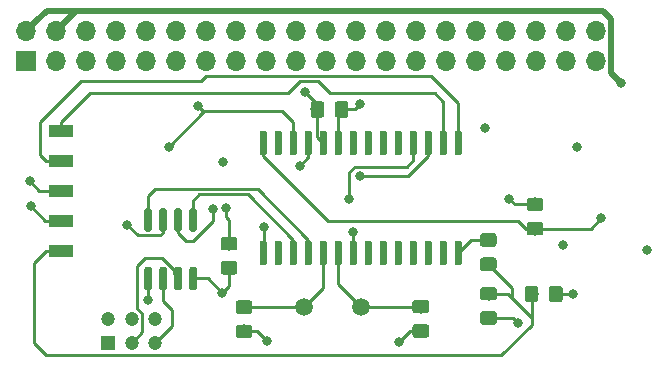
<source format=gbr>
G04 #@! TF.GenerationSoftware,KiCad,Pcbnew,(5.1.4)-1*
G04 #@! TF.CreationDate,2021-07-02T22:09:11-07:00*
G04 #@! TF.ProjectId,RocketPi,526f636b-6574-4506-992e-6b696361645f,rev?*
G04 #@! TF.SameCoordinates,Original*
G04 #@! TF.FileFunction,Copper,L4,Bot*
G04 #@! TF.FilePolarity,Positive*
%FSLAX46Y46*%
G04 Gerber Fmt 4.6, Leading zero omitted, Abs format (unit mm)*
G04 Created by KiCad (PCBNEW (5.1.4)-1) date 2021-07-02 22:09:11*
%MOMM*%
%LPD*%
G04 APERTURE LIST*
%ADD10C,0.100000*%
%ADD11C,1.150000*%
%ADD12C,1.500000*%
%ADD13C,0.600000*%
%ADD14O,1.700000X1.700000*%
%ADD15R,1.700000X1.700000*%
%ADD16R,2.000000X1.000000*%
%ADD17C,1.200000*%
%ADD18R,1.200000X1.200000*%
%ADD19C,0.800000*%
%ADD20C,0.250000*%
%ADD21C,0.500000*%
G04 APERTURE END LIST*
D10*
G36*
X117009705Y-58497604D02*
G01*
X117033973Y-58501204D01*
X117057772Y-58507165D01*
X117080871Y-58515430D01*
X117103050Y-58525920D01*
X117124093Y-58538532D01*
X117143799Y-58553147D01*
X117161977Y-58569623D01*
X117178453Y-58587801D01*
X117193068Y-58607507D01*
X117205680Y-58628550D01*
X117216170Y-58650729D01*
X117224435Y-58673828D01*
X117230396Y-58697627D01*
X117233996Y-58721895D01*
X117235200Y-58746399D01*
X117235200Y-59396401D01*
X117233996Y-59420905D01*
X117230396Y-59445173D01*
X117224435Y-59468972D01*
X117216170Y-59492071D01*
X117205680Y-59514250D01*
X117193068Y-59535293D01*
X117178453Y-59554999D01*
X117161977Y-59573177D01*
X117143799Y-59589653D01*
X117124093Y-59604268D01*
X117103050Y-59616880D01*
X117080871Y-59627370D01*
X117057772Y-59635635D01*
X117033973Y-59641596D01*
X117009705Y-59645196D01*
X116985201Y-59646400D01*
X116085199Y-59646400D01*
X116060695Y-59645196D01*
X116036427Y-59641596D01*
X116012628Y-59635635D01*
X115989529Y-59627370D01*
X115967350Y-59616880D01*
X115946307Y-59604268D01*
X115926601Y-59589653D01*
X115908423Y-59573177D01*
X115891947Y-59554999D01*
X115877332Y-59535293D01*
X115864720Y-59514250D01*
X115854230Y-59492071D01*
X115845965Y-59468972D01*
X115840004Y-59445173D01*
X115836404Y-59420905D01*
X115835200Y-59396401D01*
X115835200Y-58746399D01*
X115836404Y-58721895D01*
X115840004Y-58697627D01*
X115845965Y-58673828D01*
X115854230Y-58650729D01*
X115864720Y-58628550D01*
X115877332Y-58607507D01*
X115891947Y-58587801D01*
X115908423Y-58569623D01*
X115926601Y-58553147D01*
X115946307Y-58538532D01*
X115967350Y-58525920D01*
X115989529Y-58515430D01*
X116012628Y-58507165D01*
X116036427Y-58501204D01*
X116060695Y-58497604D01*
X116085199Y-58496400D01*
X116985201Y-58496400D01*
X117009705Y-58497604D01*
X117009705Y-58497604D01*
G37*
D11*
X116535200Y-59071400D03*
D10*
G36*
X117009705Y-60547604D02*
G01*
X117033973Y-60551204D01*
X117057772Y-60557165D01*
X117080871Y-60565430D01*
X117103050Y-60575920D01*
X117124093Y-60588532D01*
X117143799Y-60603147D01*
X117161977Y-60619623D01*
X117178453Y-60637801D01*
X117193068Y-60657507D01*
X117205680Y-60678550D01*
X117216170Y-60700729D01*
X117224435Y-60723828D01*
X117230396Y-60747627D01*
X117233996Y-60771895D01*
X117235200Y-60796399D01*
X117235200Y-61446401D01*
X117233996Y-61470905D01*
X117230396Y-61495173D01*
X117224435Y-61518972D01*
X117216170Y-61542071D01*
X117205680Y-61564250D01*
X117193068Y-61585293D01*
X117178453Y-61604999D01*
X117161977Y-61623177D01*
X117143799Y-61639653D01*
X117124093Y-61654268D01*
X117103050Y-61666880D01*
X117080871Y-61677370D01*
X117057772Y-61685635D01*
X117033973Y-61691596D01*
X117009705Y-61695196D01*
X116985201Y-61696400D01*
X116085199Y-61696400D01*
X116060695Y-61695196D01*
X116036427Y-61691596D01*
X116012628Y-61685635D01*
X115989529Y-61677370D01*
X115967350Y-61666880D01*
X115946307Y-61654268D01*
X115926601Y-61639653D01*
X115908423Y-61623177D01*
X115891947Y-61604999D01*
X115877332Y-61585293D01*
X115864720Y-61564250D01*
X115854230Y-61542071D01*
X115845965Y-61518972D01*
X115840004Y-61495173D01*
X115836404Y-61470905D01*
X115835200Y-61446401D01*
X115835200Y-60796399D01*
X115836404Y-60771895D01*
X115840004Y-60747627D01*
X115845965Y-60723828D01*
X115854230Y-60700729D01*
X115864720Y-60678550D01*
X115877332Y-60657507D01*
X115891947Y-60637801D01*
X115908423Y-60619623D01*
X115926601Y-60603147D01*
X115946307Y-60588532D01*
X115967350Y-60575920D01*
X115989529Y-60565430D01*
X116012628Y-60557165D01*
X116036427Y-60551204D01*
X116060695Y-60547604D01*
X116085199Y-60546400D01*
X116985201Y-60546400D01*
X117009705Y-60547604D01*
X117009705Y-60547604D01*
G37*
D11*
X116535200Y-61121400D03*
D12*
X96948600Y-67792600D03*
X101828600Y-67792600D03*
D10*
G36*
X110197503Y-52847322D02*
G01*
X110212064Y-52849482D01*
X110226343Y-52853059D01*
X110240203Y-52858018D01*
X110253510Y-52864312D01*
X110266136Y-52871880D01*
X110277959Y-52880648D01*
X110288866Y-52890534D01*
X110298752Y-52901441D01*
X110307520Y-52913264D01*
X110315088Y-52925890D01*
X110321382Y-52939197D01*
X110326341Y-52953057D01*
X110329918Y-52967336D01*
X110332078Y-52981897D01*
X110332800Y-52996600D01*
X110332800Y-54746600D01*
X110332078Y-54761303D01*
X110329918Y-54775864D01*
X110326341Y-54790143D01*
X110321382Y-54804003D01*
X110315088Y-54817310D01*
X110307520Y-54829936D01*
X110298752Y-54841759D01*
X110288866Y-54852666D01*
X110277959Y-54862552D01*
X110266136Y-54871320D01*
X110253510Y-54878888D01*
X110240203Y-54885182D01*
X110226343Y-54890141D01*
X110212064Y-54893718D01*
X110197503Y-54895878D01*
X110182800Y-54896600D01*
X109882800Y-54896600D01*
X109868097Y-54895878D01*
X109853536Y-54893718D01*
X109839257Y-54890141D01*
X109825397Y-54885182D01*
X109812090Y-54878888D01*
X109799464Y-54871320D01*
X109787641Y-54862552D01*
X109776734Y-54852666D01*
X109766848Y-54841759D01*
X109758080Y-54829936D01*
X109750512Y-54817310D01*
X109744218Y-54804003D01*
X109739259Y-54790143D01*
X109735682Y-54775864D01*
X109733522Y-54761303D01*
X109732800Y-54746600D01*
X109732800Y-52996600D01*
X109733522Y-52981897D01*
X109735682Y-52967336D01*
X109739259Y-52953057D01*
X109744218Y-52939197D01*
X109750512Y-52925890D01*
X109758080Y-52913264D01*
X109766848Y-52901441D01*
X109776734Y-52890534D01*
X109787641Y-52880648D01*
X109799464Y-52871880D01*
X109812090Y-52864312D01*
X109825397Y-52858018D01*
X109839257Y-52853059D01*
X109853536Y-52849482D01*
X109868097Y-52847322D01*
X109882800Y-52846600D01*
X110182800Y-52846600D01*
X110197503Y-52847322D01*
X110197503Y-52847322D01*
G37*
D13*
X110032800Y-53871600D03*
D10*
G36*
X108927503Y-52847322D02*
G01*
X108942064Y-52849482D01*
X108956343Y-52853059D01*
X108970203Y-52858018D01*
X108983510Y-52864312D01*
X108996136Y-52871880D01*
X109007959Y-52880648D01*
X109018866Y-52890534D01*
X109028752Y-52901441D01*
X109037520Y-52913264D01*
X109045088Y-52925890D01*
X109051382Y-52939197D01*
X109056341Y-52953057D01*
X109059918Y-52967336D01*
X109062078Y-52981897D01*
X109062800Y-52996600D01*
X109062800Y-54746600D01*
X109062078Y-54761303D01*
X109059918Y-54775864D01*
X109056341Y-54790143D01*
X109051382Y-54804003D01*
X109045088Y-54817310D01*
X109037520Y-54829936D01*
X109028752Y-54841759D01*
X109018866Y-54852666D01*
X109007959Y-54862552D01*
X108996136Y-54871320D01*
X108983510Y-54878888D01*
X108970203Y-54885182D01*
X108956343Y-54890141D01*
X108942064Y-54893718D01*
X108927503Y-54895878D01*
X108912800Y-54896600D01*
X108612800Y-54896600D01*
X108598097Y-54895878D01*
X108583536Y-54893718D01*
X108569257Y-54890141D01*
X108555397Y-54885182D01*
X108542090Y-54878888D01*
X108529464Y-54871320D01*
X108517641Y-54862552D01*
X108506734Y-54852666D01*
X108496848Y-54841759D01*
X108488080Y-54829936D01*
X108480512Y-54817310D01*
X108474218Y-54804003D01*
X108469259Y-54790143D01*
X108465682Y-54775864D01*
X108463522Y-54761303D01*
X108462800Y-54746600D01*
X108462800Y-52996600D01*
X108463522Y-52981897D01*
X108465682Y-52967336D01*
X108469259Y-52953057D01*
X108474218Y-52939197D01*
X108480512Y-52925890D01*
X108488080Y-52913264D01*
X108496848Y-52901441D01*
X108506734Y-52890534D01*
X108517641Y-52880648D01*
X108529464Y-52871880D01*
X108542090Y-52864312D01*
X108555397Y-52858018D01*
X108569257Y-52853059D01*
X108583536Y-52849482D01*
X108598097Y-52847322D01*
X108612800Y-52846600D01*
X108912800Y-52846600D01*
X108927503Y-52847322D01*
X108927503Y-52847322D01*
G37*
D13*
X108762800Y-53871600D03*
D10*
G36*
X107657503Y-52847322D02*
G01*
X107672064Y-52849482D01*
X107686343Y-52853059D01*
X107700203Y-52858018D01*
X107713510Y-52864312D01*
X107726136Y-52871880D01*
X107737959Y-52880648D01*
X107748866Y-52890534D01*
X107758752Y-52901441D01*
X107767520Y-52913264D01*
X107775088Y-52925890D01*
X107781382Y-52939197D01*
X107786341Y-52953057D01*
X107789918Y-52967336D01*
X107792078Y-52981897D01*
X107792800Y-52996600D01*
X107792800Y-54746600D01*
X107792078Y-54761303D01*
X107789918Y-54775864D01*
X107786341Y-54790143D01*
X107781382Y-54804003D01*
X107775088Y-54817310D01*
X107767520Y-54829936D01*
X107758752Y-54841759D01*
X107748866Y-54852666D01*
X107737959Y-54862552D01*
X107726136Y-54871320D01*
X107713510Y-54878888D01*
X107700203Y-54885182D01*
X107686343Y-54890141D01*
X107672064Y-54893718D01*
X107657503Y-54895878D01*
X107642800Y-54896600D01*
X107342800Y-54896600D01*
X107328097Y-54895878D01*
X107313536Y-54893718D01*
X107299257Y-54890141D01*
X107285397Y-54885182D01*
X107272090Y-54878888D01*
X107259464Y-54871320D01*
X107247641Y-54862552D01*
X107236734Y-54852666D01*
X107226848Y-54841759D01*
X107218080Y-54829936D01*
X107210512Y-54817310D01*
X107204218Y-54804003D01*
X107199259Y-54790143D01*
X107195682Y-54775864D01*
X107193522Y-54761303D01*
X107192800Y-54746600D01*
X107192800Y-52996600D01*
X107193522Y-52981897D01*
X107195682Y-52967336D01*
X107199259Y-52953057D01*
X107204218Y-52939197D01*
X107210512Y-52925890D01*
X107218080Y-52913264D01*
X107226848Y-52901441D01*
X107236734Y-52890534D01*
X107247641Y-52880648D01*
X107259464Y-52871880D01*
X107272090Y-52864312D01*
X107285397Y-52858018D01*
X107299257Y-52853059D01*
X107313536Y-52849482D01*
X107328097Y-52847322D01*
X107342800Y-52846600D01*
X107642800Y-52846600D01*
X107657503Y-52847322D01*
X107657503Y-52847322D01*
G37*
D13*
X107492800Y-53871600D03*
D10*
G36*
X106387503Y-52847322D02*
G01*
X106402064Y-52849482D01*
X106416343Y-52853059D01*
X106430203Y-52858018D01*
X106443510Y-52864312D01*
X106456136Y-52871880D01*
X106467959Y-52880648D01*
X106478866Y-52890534D01*
X106488752Y-52901441D01*
X106497520Y-52913264D01*
X106505088Y-52925890D01*
X106511382Y-52939197D01*
X106516341Y-52953057D01*
X106519918Y-52967336D01*
X106522078Y-52981897D01*
X106522800Y-52996600D01*
X106522800Y-54746600D01*
X106522078Y-54761303D01*
X106519918Y-54775864D01*
X106516341Y-54790143D01*
X106511382Y-54804003D01*
X106505088Y-54817310D01*
X106497520Y-54829936D01*
X106488752Y-54841759D01*
X106478866Y-54852666D01*
X106467959Y-54862552D01*
X106456136Y-54871320D01*
X106443510Y-54878888D01*
X106430203Y-54885182D01*
X106416343Y-54890141D01*
X106402064Y-54893718D01*
X106387503Y-54895878D01*
X106372800Y-54896600D01*
X106072800Y-54896600D01*
X106058097Y-54895878D01*
X106043536Y-54893718D01*
X106029257Y-54890141D01*
X106015397Y-54885182D01*
X106002090Y-54878888D01*
X105989464Y-54871320D01*
X105977641Y-54862552D01*
X105966734Y-54852666D01*
X105956848Y-54841759D01*
X105948080Y-54829936D01*
X105940512Y-54817310D01*
X105934218Y-54804003D01*
X105929259Y-54790143D01*
X105925682Y-54775864D01*
X105923522Y-54761303D01*
X105922800Y-54746600D01*
X105922800Y-52996600D01*
X105923522Y-52981897D01*
X105925682Y-52967336D01*
X105929259Y-52953057D01*
X105934218Y-52939197D01*
X105940512Y-52925890D01*
X105948080Y-52913264D01*
X105956848Y-52901441D01*
X105966734Y-52890534D01*
X105977641Y-52880648D01*
X105989464Y-52871880D01*
X106002090Y-52864312D01*
X106015397Y-52858018D01*
X106029257Y-52853059D01*
X106043536Y-52849482D01*
X106058097Y-52847322D01*
X106072800Y-52846600D01*
X106372800Y-52846600D01*
X106387503Y-52847322D01*
X106387503Y-52847322D01*
G37*
D13*
X106222800Y-53871600D03*
D10*
G36*
X105117503Y-52847322D02*
G01*
X105132064Y-52849482D01*
X105146343Y-52853059D01*
X105160203Y-52858018D01*
X105173510Y-52864312D01*
X105186136Y-52871880D01*
X105197959Y-52880648D01*
X105208866Y-52890534D01*
X105218752Y-52901441D01*
X105227520Y-52913264D01*
X105235088Y-52925890D01*
X105241382Y-52939197D01*
X105246341Y-52953057D01*
X105249918Y-52967336D01*
X105252078Y-52981897D01*
X105252800Y-52996600D01*
X105252800Y-54746600D01*
X105252078Y-54761303D01*
X105249918Y-54775864D01*
X105246341Y-54790143D01*
X105241382Y-54804003D01*
X105235088Y-54817310D01*
X105227520Y-54829936D01*
X105218752Y-54841759D01*
X105208866Y-54852666D01*
X105197959Y-54862552D01*
X105186136Y-54871320D01*
X105173510Y-54878888D01*
X105160203Y-54885182D01*
X105146343Y-54890141D01*
X105132064Y-54893718D01*
X105117503Y-54895878D01*
X105102800Y-54896600D01*
X104802800Y-54896600D01*
X104788097Y-54895878D01*
X104773536Y-54893718D01*
X104759257Y-54890141D01*
X104745397Y-54885182D01*
X104732090Y-54878888D01*
X104719464Y-54871320D01*
X104707641Y-54862552D01*
X104696734Y-54852666D01*
X104686848Y-54841759D01*
X104678080Y-54829936D01*
X104670512Y-54817310D01*
X104664218Y-54804003D01*
X104659259Y-54790143D01*
X104655682Y-54775864D01*
X104653522Y-54761303D01*
X104652800Y-54746600D01*
X104652800Y-52996600D01*
X104653522Y-52981897D01*
X104655682Y-52967336D01*
X104659259Y-52953057D01*
X104664218Y-52939197D01*
X104670512Y-52925890D01*
X104678080Y-52913264D01*
X104686848Y-52901441D01*
X104696734Y-52890534D01*
X104707641Y-52880648D01*
X104719464Y-52871880D01*
X104732090Y-52864312D01*
X104745397Y-52858018D01*
X104759257Y-52853059D01*
X104773536Y-52849482D01*
X104788097Y-52847322D01*
X104802800Y-52846600D01*
X105102800Y-52846600D01*
X105117503Y-52847322D01*
X105117503Y-52847322D01*
G37*
D13*
X104952800Y-53871600D03*
D10*
G36*
X103847503Y-52847322D02*
G01*
X103862064Y-52849482D01*
X103876343Y-52853059D01*
X103890203Y-52858018D01*
X103903510Y-52864312D01*
X103916136Y-52871880D01*
X103927959Y-52880648D01*
X103938866Y-52890534D01*
X103948752Y-52901441D01*
X103957520Y-52913264D01*
X103965088Y-52925890D01*
X103971382Y-52939197D01*
X103976341Y-52953057D01*
X103979918Y-52967336D01*
X103982078Y-52981897D01*
X103982800Y-52996600D01*
X103982800Y-54746600D01*
X103982078Y-54761303D01*
X103979918Y-54775864D01*
X103976341Y-54790143D01*
X103971382Y-54804003D01*
X103965088Y-54817310D01*
X103957520Y-54829936D01*
X103948752Y-54841759D01*
X103938866Y-54852666D01*
X103927959Y-54862552D01*
X103916136Y-54871320D01*
X103903510Y-54878888D01*
X103890203Y-54885182D01*
X103876343Y-54890141D01*
X103862064Y-54893718D01*
X103847503Y-54895878D01*
X103832800Y-54896600D01*
X103532800Y-54896600D01*
X103518097Y-54895878D01*
X103503536Y-54893718D01*
X103489257Y-54890141D01*
X103475397Y-54885182D01*
X103462090Y-54878888D01*
X103449464Y-54871320D01*
X103437641Y-54862552D01*
X103426734Y-54852666D01*
X103416848Y-54841759D01*
X103408080Y-54829936D01*
X103400512Y-54817310D01*
X103394218Y-54804003D01*
X103389259Y-54790143D01*
X103385682Y-54775864D01*
X103383522Y-54761303D01*
X103382800Y-54746600D01*
X103382800Y-52996600D01*
X103383522Y-52981897D01*
X103385682Y-52967336D01*
X103389259Y-52953057D01*
X103394218Y-52939197D01*
X103400512Y-52925890D01*
X103408080Y-52913264D01*
X103416848Y-52901441D01*
X103426734Y-52890534D01*
X103437641Y-52880648D01*
X103449464Y-52871880D01*
X103462090Y-52864312D01*
X103475397Y-52858018D01*
X103489257Y-52853059D01*
X103503536Y-52849482D01*
X103518097Y-52847322D01*
X103532800Y-52846600D01*
X103832800Y-52846600D01*
X103847503Y-52847322D01*
X103847503Y-52847322D01*
G37*
D13*
X103682800Y-53871600D03*
D10*
G36*
X102577503Y-52847322D02*
G01*
X102592064Y-52849482D01*
X102606343Y-52853059D01*
X102620203Y-52858018D01*
X102633510Y-52864312D01*
X102646136Y-52871880D01*
X102657959Y-52880648D01*
X102668866Y-52890534D01*
X102678752Y-52901441D01*
X102687520Y-52913264D01*
X102695088Y-52925890D01*
X102701382Y-52939197D01*
X102706341Y-52953057D01*
X102709918Y-52967336D01*
X102712078Y-52981897D01*
X102712800Y-52996600D01*
X102712800Y-54746600D01*
X102712078Y-54761303D01*
X102709918Y-54775864D01*
X102706341Y-54790143D01*
X102701382Y-54804003D01*
X102695088Y-54817310D01*
X102687520Y-54829936D01*
X102678752Y-54841759D01*
X102668866Y-54852666D01*
X102657959Y-54862552D01*
X102646136Y-54871320D01*
X102633510Y-54878888D01*
X102620203Y-54885182D01*
X102606343Y-54890141D01*
X102592064Y-54893718D01*
X102577503Y-54895878D01*
X102562800Y-54896600D01*
X102262800Y-54896600D01*
X102248097Y-54895878D01*
X102233536Y-54893718D01*
X102219257Y-54890141D01*
X102205397Y-54885182D01*
X102192090Y-54878888D01*
X102179464Y-54871320D01*
X102167641Y-54862552D01*
X102156734Y-54852666D01*
X102146848Y-54841759D01*
X102138080Y-54829936D01*
X102130512Y-54817310D01*
X102124218Y-54804003D01*
X102119259Y-54790143D01*
X102115682Y-54775864D01*
X102113522Y-54761303D01*
X102112800Y-54746600D01*
X102112800Y-52996600D01*
X102113522Y-52981897D01*
X102115682Y-52967336D01*
X102119259Y-52953057D01*
X102124218Y-52939197D01*
X102130512Y-52925890D01*
X102138080Y-52913264D01*
X102146848Y-52901441D01*
X102156734Y-52890534D01*
X102167641Y-52880648D01*
X102179464Y-52871880D01*
X102192090Y-52864312D01*
X102205397Y-52858018D01*
X102219257Y-52853059D01*
X102233536Y-52849482D01*
X102248097Y-52847322D01*
X102262800Y-52846600D01*
X102562800Y-52846600D01*
X102577503Y-52847322D01*
X102577503Y-52847322D01*
G37*
D13*
X102412800Y-53871600D03*
D10*
G36*
X101307503Y-52847322D02*
G01*
X101322064Y-52849482D01*
X101336343Y-52853059D01*
X101350203Y-52858018D01*
X101363510Y-52864312D01*
X101376136Y-52871880D01*
X101387959Y-52880648D01*
X101398866Y-52890534D01*
X101408752Y-52901441D01*
X101417520Y-52913264D01*
X101425088Y-52925890D01*
X101431382Y-52939197D01*
X101436341Y-52953057D01*
X101439918Y-52967336D01*
X101442078Y-52981897D01*
X101442800Y-52996600D01*
X101442800Y-54746600D01*
X101442078Y-54761303D01*
X101439918Y-54775864D01*
X101436341Y-54790143D01*
X101431382Y-54804003D01*
X101425088Y-54817310D01*
X101417520Y-54829936D01*
X101408752Y-54841759D01*
X101398866Y-54852666D01*
X101387959Y-54862552D01*
X101376136Y-54871320D01*
X101363510Y-54878888D01*
X101350203Y-54885182D01*
X101336343Y-54890141D01*
X101322064Y-54893718D01*
X101307503Y-54895878D01*
X101292800Y-54896600D01*
X100992800Y-54896600D01*
X100978097Y-54895878D01*
X100963536Y-54893718D01*
X100949257Y-54890141D01*
X100935397Y-54885182D01*
X100922090Y-54878888D01*
X100909464Y-54871320D01*
X100897641Y-54862552D01*
X100886734Y-54852666D01*
X100876848Y-54841759D01*
X100868080Y-54829936D01*
X100860512Y-54817310D01*
X100854218Y-54804003D01*
X100849259Y-54790143D01*
X100845682Y-54775864D01*
X100843522Y-54761303D01*
X100842800Y-54746600D01*
X100842800Y-52996600D01*
X100843522Y-52981897D01*
X100845682Y-52967336D01*
X100849259Y-52953057D01*
X100854218Y-52939197D01*
X100860512Y-52925890D01*
X100868080Y-52913264D01*
X100876848Y-52901441D01*
X100886734Y-52890534D01*
X100897641Y-52880648D01*
X100909464Y-52871880D01*
X100922090Y-52864312D01*
X100935397Y-52858018D01*
X100949257Y-52853059D01*
X100963536Y-52849482D01*
X100978097Y-52847322D01*
X100992800Y-52846600D01*
X101292800Y-52846600D01*
X101307503Y-52847322D01*
X101307503Y-52847322D01*
G37*
D13*
X101142800Y-53871600D03*
D10*
G36*
X100037503Y-52847322D02*
G01*
X100052064Y-52849482D01*
X100066343Y-52853059D01*
X100080203Y-52858018D01*
X100093510Y-52864312D01*
X100106136Y-52871880D01*
X100117959Y-52880648D01*
X100128866Y-52890534D01*
X100138752Y-52901441D01*
X100147520Y-52913264D01*
X100155088Y-52925890D01*
X100161382Y-52939197D01*
X100166341Y-52953057D01*
X100169918Y-52967336D01*
X100172078Y-52981897D01*
X100172800Y-52996600D01*
X100172800Y-54746600D01*
X100172078Y-54761303D01*
X100169918Y-54775864D01*
X100166341Y-54790143D01*
X100161382Y-54804003D01*
X100155088Y-54817310D01*
X100147520Y-54829936D01*
X100138752Y-54841759D01*
X100128866Y-54852666D01*
X100117959Y-54862552D01*
X100106136Y-54871320D01*
X100093510Y-54878888D01*
X100080203Y-54885182D01*
X100066343Y-54890141D01*
X100052064Y-54893718D01*
X100037503Y-54895878D01*
X100022800Y-54896600D01*
X99722800Y-54896600D01*
X99708097Y-54895878D01*
X99693536Y-54893718D01*
X99679257Y-54890141D01*
X99665397Y-54885182D01*
X99652090Y-54878888D01*
X99639464Y-54871320D01*
X99627641Y-54862552D01*
X99616734Y-54852666D01*
X99606848Y-54841759D01*
X99598080Y-54829936D01*
X99590512Y-54817310D01*
X99584218Y-54804003D01*
X99579259Y-54790143D01*
X99575682Y-54775864D01*
X99573522Y-54761303D01*
X99572800Y-54746600D01*
X99572800Y-52996600D01*
X99573522Y-52981897D01*
X99575682Y-52967336D01*
X99579259Y-52953057D01*
X99584218Y-52939197D01*
X99590512Y-52925890D01*
X99598080Y-52913264D01*
X99606848Y-52901441D01*
X99616734Y-52890534D01*
X99627641Y-52880648D01*
X99639464Y-52871880D01*
X99652090Y-52864312D01*
X99665397Y-52858018D01*
X99679257Y-52853059D01*
X99693536Y-52849482D01*
X99708097Y-52847322D01*
X99722800Y-52846600D01*
X100022800Y-52846600D01*
X100037503Y-52847322D01*
X100037503Y-52847322D01*
G37*
D13*
X99872800Y-53871600D03*
D10*
G36*
X98767503Y-52847322D02*
G01*
X98782064Y-52849482D01*
X98796343Y-52853059D01*
X98810203Y-52858018D01*
X98823510Y-52864312D01*
X98836136Y-52871880D01*
X98847959Y-52880648D01*
X98858866Y-52890534D01*
X98868752Y-52901441D01*
X98877520Y-52913264D01*
X98885088Y-52925890D01*
X98891382Y-52939197D01*
X98896341Y-52953057D01*
X98899918Y-52967336D01*
X98902078Y-52981897D01*
X98902800Y-52996600D01*
X98902800Y-54746600D01*
X98902078Y-54761303D01*
X98899918Y-54775864D01*
X98896341Y-54790143D01*
X98891382Y-54804003D01*
X98885088Y-54817310D01*
X98877520Y-54829936D01*
X98868752Y-54841759D01*
X98858866Y-54852666D01*
X98847959Y-54862552D01*
X98836136Y-54871320D01*
X98823510Y-54878888D01*
X98810203Y-54885182D01*
X98796343Y-54890141D01*
X98782064Y-54893718D01*
X98767503Y-54895878D01*
X98752800Y-54896600D01*
X98452800Y-54896600D01*
X98438097Y-54895878D01*
X98423536Y-54893718D01*
X98409257Y-54890141D01*
X98395397Y-54885182D01*
X98382090Y-54878888D01*
X98369464Y-54871320D01*
X98357641Y-54862552D01*
X98346734Y-54852666D01*
X98336848Y-54841759D01*
X98328080Y-54829936D01*
X98320512Y-54817310D01*
X98314218Y-54804003D01*
X98309259Y-54790143D01*
X98305682Y-54775864D01*
X98303522Y-54761303D01*
X98302800Y-54746600D01*
X98302800Y-52996600D01*
X98303522Y-52981897D01*
X98305682Y-52967336D01*
X98309259Y-52953057D01*
X98314218Y-52939197D01*
X98320512Y-52925890D01*
X98328080Y-52913264D01*
X98336848Y-52901441D01*
X98346734Y-52890534D01*
X98357641Y-52880648D01*
X98369464Y-52871880D01*
X98382090Y-52864312D01*
X98395397Y-52858018D01*
X98409257Y-52853059D01*
X98423536Y-52849482D01*
X98438097Y-52847322D01*
X98452800Y-52846600D01*
X98752800Y-52846600D01*
X98767503Y-52847322D01*
X98767503Y-52847322D01*
G37*
D13*
X98602800Y-53871600D03*
D10*
G36*
X97497503Y-52847322D02*
G01*
X97512064Y-52849482D01*
X97526343Y-52853059D01*
X97540203Y-52858018D01*
X97553510Y-52864312D01*
X97566136Y-52871880D01*
X97577959Y-52880648D01*
X97588866Y-52890534D01*
X97598752Y-52901441D01*
X97607520Y-52913264D01*
X97615088Y-52925890D01*
X97621382Y-52939197D01*
X97626341Y-52953057D01*
X97629918Y-52967336D01*
X97632078Y-52981897D01*
X97632800Y-52996600D01*
X97632800Y-54746600D01*
X97632078Y-54761303D01*
X97629918Y-54775864D01*
X97626341Y-54790143D01*
X97621382Y-54804003D01*
X97615088Y-54817310D01*
X97607520Y-54829936D01*
X97598752Y-54841759D01*
X97588866Y-54852666D01*
X97577959Y-54862552D01*
X97566136Y-54871320D01*
X97553510Y-54878888D01*
X97540203Y-54885182D01*
X97526343Y-54890141D01*
X97512064Y-54893718D01*
X97497503Y-54895878D01*
X97482800Y-54896600D01*
X97182800Y-54896600D01*
X97168097Y-54895878D01*
X97153536Y-54893718D01*
X97139257Y-54890141D01*
X97125397Y-54885182D01*
X97112090Y-54878888D01*
X97099464Y-54871320D01*
X97087641Y-54862552D01*
X97076734Y-54852666D01*
X97066848Y-54841759D01*
X97058080Y-54829936D01*
X97050512Y-54817310D01*
X97044218Y-54804003D01*
X97039259Y-54790143D01*
X97035682Y-54775864D01*
X97033522Y-54761303D01*
X97032800Y-54746600D01*
X97032800Y-52996600D01*
X97033522Y-52981897D01*
X97035682Y-52967336D01*
X97039259Y-52953057D01*
X97044218Y-52939197D01*
X97050512Y-52925890D01*
X97058080Y-52913264D01*
X97066848Y-52901441D01*
X97076734Y-52890534D01*
X97087641Y-52880648D01*
X97099464Y-52871880D01*
X97112090Y-52864312D01*
X97125397Y-52858018D01*
X97139257Y-52853059D01*
X97153536Y-52849482D01*
X97168097Y-52847322D01*
X97182800Y-52846600D01*
X97482800Y-52846600D01*
X97497503Y-52847322D01*
X97497503Y-52847322D01*
G37*
D13*
X97332800Y-53871600D03*
D10*
G36*
X96227503Y-52847322D02*
G01*
X96242064Y-52849482D01*
X96256343Y-52853059D01*
X96270203Y-52858018D01*
X96283510Y-52864312D01*
X96296136Y-52871880D01*
X96307959Y-52880648D01*
X96318866Y-52890534D01*
X96328752Y-52901441D01*
X96337520Y-52913264D01*
X96345088Y-52925890D01*
X96351382Y-52939197D01*
X96356341Y-52953057D01*
X96359918Y-52967336D01*
X96362078Y-52981897D01*
X96362800Y-52996600D01*
X96362800Y-54746600D01*
X96362078Y-54761303D01*
X96359918Y-54775864D01*
X96356341Y-54790143D01*
X96351382Y-54804003D01*
X96345088Y-54817310D01*
X96337520Y-54829936D01*
X96328752Y-54841759D01*
X96318866Y-54852666D01*
X96307959Y-54862552D01*
X96296136Y-54871320D01*
X96283510Y-54878888D01*
X96270203Y-54885182D01*
X96256343Y-54890141D01*
X96242064Y-54893718D01*
X96227503Y-54895878D01*
X96212800Y-54896600D01*
X95912800Y-54896600D01*
X95898097Y-54895878D01*
X95883536Y-54893718D01*
X95869257Y-54890141D01*
X95855397Y-54885182D01*
X95842090Y-54878888D01*
X95829464Y-54871320D01*
X95817641Y-54862552D01*
X95806734Y-54852666D01*
X95796848Y-54841759D01*
X95788080Y-54829936D01*
X95780512Y-54817310D01*
X95774218Y-54804003D01*
X95769259Y-54790143D01*
X95765682Y-54775864D01*
X95763522Y-54761303D01*
X95762800Y-54746600D01*
X95762800Y-52996600D01*
X95763522Y-52981897D01*
X95765682Y-52967336D01*
X95769259Y-52953057D01*
X95774218Y-52939197D01*
X95780512Y-52925890D01*
X95788080Y-52913264D01*
X95796848Y-52901441D01*
X95806734Y-52890534D01*
X95817641Y-52880648D01*
X95829464Y-52871880D01*
X95842090Y-52864312D01*
X95855397Y-52858018D01*
X95869257Y-52853059D01*
X95883536Y-52849482D01*
X95898097Y-52847322D01*
X95912800Y-52846600D01*
X96212800Y-52846600D01*
X96227503Y-52847322D01*
X96227503Y-52847322D01*
G37*
D13*
X96062800Y-53871600D03*
D10*
G36*
X94957503Y-52847322D02*
G01*
X94972064Y-52849482D01*
X94986343Y-52853059D01*
X95000203Y-52858018D01*
X95013510Y-52864312D01*
X95026136Y-52871880D01*
X95037959Y-52880648D01*
X95048866Y-52890534D01*
X95058752Y-52901441D01*
X95067520Y-52913264D01*
X95075088Y-52925890D01*
X95081382Y-52939197D01*
X95086341Y-52953057D01*
X95089918Y-52967336D01*
X95092078Y-52981897D01*
X95092800Y-52996600D01*
X95092800Y-54746600D01*
X95092078Y-54761303D01*
X95089918Y-54775864D01*
X95086341Y-54790143D01*
X95081382Y-54804003D01*
X95075088Y-54817310D01*
X95067520Y-54829936D01*
X95058752Y-54841759D01*
X95048866Y-54852666D01*
X95037959Y-54862552D01*
X95026136Y-54871320D01*
X95013510Y-54878888D01*
X95000203Y-54885182D01*
X94986343Y-54890141D01*
X94972064Y-54893718D01*
X94957503Y-54895878D01*
X94942800Y-54896600D01*
X94642800Y-54896600D01*
X94628097Y-54895878D01*
X94613536Y-54893718D01*
X94599257Y-54890141D01*
X94585397Y-54885182D01*
X94572090Y-54878888D01*
X94559464Y-54871320D01*
X94547641Y-54862552D01*
X94536734Y-54852666D01*
X94526848Y-54841759D01*
X94518080Y-54829936D01*
X94510512Y-54817310D01*
X94504218Y-54804003D01*
X94499259Y-54790143D01*
X94495682Y-54775864D01*
X94493522Y-54761303D01*
X94492800Y-54746600D01*
X94492800Y-52996600D01*
X94493522Y-52981897D01*
X94495682Y-52967336D01*
X94499259Y-52953057D01*
X94504218Y-52939197D01*
X94510512Y-52925890D01*
X94518080Y-52913264D01*
X94526848Y-52901441D01*
X94536734Y-52890534D01*
X94547641Y-52880648D01*
X94559464Y-52871880D01*
X94572090Y-52864312D01*
X94585397Y-52858018D01*
X94599257Y-52853059D01*
X94613536Y-52849482D01*
X94628097Y-52847322D01*
X94642800Y-52846600D01*
X94942800Y-52846600D01*
X94957503Y-52847322D01*
X94957503Y-52847322D01*
G37*
D13*
X94792800Y-53871600D03*
D10*
G36*
X93687503Y-52847322D02*
G01*
X93702064Y-52849482D01*
X93716343Y-52853059D01*
X93730203Y-52858018D01*
X93743510Y-52864312D01*
X93756136Y-52871880D01*
X93767959Y-52880648D01*
X93778866Y-52890534D01*
X93788752Y-52901441D01*
X93797520Y-52913264D01*
X93805088Y-52925890D01*
X93811382Y-52939197D01*
X93816341Y-52953057D01*
X93819918Y-52967336D01*
X93822078Y-52981897D01*
X93822800Y-52996600D01*
X93822800Y-54746600D01*
X93822078Y-54761303D01*
X93819918Y-54775864D01*
X93816341Y-54790143D01*
X93811382Y-54804003D01*
X93805088Y-54817310D01*
X93797520Y-54829936D01*
X93788752Y-54841759D01*
X93778866Y-54852666D01*
X93767959Y-54862552D01*
X93756136Y-54871320D01*
X93743510Y-54878888D01*
X93730203Y-54885182D01*
X93716343Y-54890141D01*
X93702064Y-54893718D01*
X93687503Y-54895878D01*
X93672800Y-54896600D01*
X93372800Y-54896600D01*
X93358097Y-54895878D01*
X93343536Y-54893718D01*
X93329257Y-54890141D01*
X93315397Y-54885182D01*
X93302090Y-54878888D01*
X93289464Y-54871320D01*
X93277641Y-54862552D01*
X93266734Y-54852666D01*
X93256848Y-54841759D01*
X93248080Y-54829936D01*
X93240512Y-54817310D01*
X93234218Y-54804003D01*
X93229259Y-54790143D01*
X93225682Y-54775864D01*
X93223522Y-54761303D01*
X93222800Y-54746600D01*
X93222800Y-52996600D01*
X93223522Y-52981897D01*
X93225682Y-52967336D01*
X93229259Y-52953057D01*
X93234218Y-52939197D01*
X93240512Y-52925890D01*
X93248080Y-52913264D01*
X93256848Y-52901441D01*
X93266734Y-52890534D01*
X93277641Y-52880648D01*
X93289464Y-52871880D01*
X93302090Y-52864312D01*
X93315397Y-52858018D01*
X93329257Y-52853059D01*
X93343536Y-52849482D01*
X93358097Y-52847322D01*
X93372800Y-52846600D01*
X93672800Y-52846600D01*
X93687503Y-52847322D01*
X93687503Y-52847322D01*
G37*
D13*
X93522800Y-53871600D03*
D10*
G36*
X93687503Y-62147322D02*
G01*
X93702064Y-62149482D01*
X93716343Y-62153059D01*
X93730203Y-62158018D01*
X93743510Y-62164312D01*
X93756136Y-62171880D01*
X93767959Y-62180648D01*
X93778866Y-62190534D01*
X93788752Y-62201441D01*
X93797520Y-62213264D01*
X93805088Y-62225890D01*
X93811382Y-62239197D01*
X93816341Y-62253057D01*
X93819918Y-62267336D01*
X93822078Y-62281897D01*
X93822800Y-62296600D01*
X93822800Y-64046600D01*
X93822078Y-64061303D01*
X93819918Y-64075864D01*
X93816341Y-64090143D01*
X93811382Y-64104003D01*
X93805088Y-64117310D01*
X93797520Y-64129936D01*
X93788752Y-64141759D01*
X93778866Y-64152666D01*
X93767959Y-64162552D01*
X93756136Y-64171320D01*
X93743510Y-64178888D01*
X93730203Y-64185182D01*
X93716343Y-64190141D01*
X93702064Y-64193718D01*
X93687503Y-64195878D01*
X93672800Y-64196600D01*
X93372800Y-64196600D01*
X93358097Y-64195878D01*
X93343536Y-64193718D01*
X93329257Y-64190141D01*
X93315397Y-64185182D01*
X93302090Y-64178888D01*
X93289464Y-64171320D01*
X93277641Y-64162552D01*
X93266734Y-64152666D01*
X93256848Y-64141759D01*
X93248080Y-64129936D01*
X93240512Y-64117310D01*
X93234218Y-64104003D01*
X93229259Y-64090143D01*
X93225682Y-64075864D01*
X93223522Y-64061303D01*
X93222800Y-64046600D01*
X93222800Y-62296600D01*
X93223522Y-62281897D01*
X93225682Y-62267336D01*
X93229259Y-62253057D01*
X93234218Y-62239197D01*
X93240512Y-62225890D01*
X93248080Y-62213264D01*
X93256848Y-62201441D01*
X93266734Y-62190534D01*
X93277641Y-62180648D01*
X93289464Y-62171880D01*
X93302090Y-62164312D01*
X93315397Y-62158018D01*
X93329257Y-62153059D01*
X93343536Y-62149482D01*
X93358097Y-62147322D01*
X93372800Y-62146600D01*
X93672800Y-62146600D01*
X93687503Y-62147322D01*
X93687503Y-62147322D01*
G37*
D13*
X93522800Y-63171600D03*
D10*
G36*
X94957503Y-62147322D02*
G01*
X94972064Y-62149482D01*
X94986343Y-62153059D01*
X95000203Y-62158018D01*
X95013510Y-62164312D01*
X95026136Y-62171880D01*
X95037959Y-62180648D01*
X95048866Y-62190534D01*
X95058752Y-62201441D01*
X95067520Y-62213264D01*
X95075088Y-62225890D01*
X95081382Y-62239197D01*
X95086341Y-62253057D01*
X95089918Y-62267336D01*
X95092078Y-62281897D01*
X95092800Y-62296600D01*
X95092800Y-64046600D01*
X95092078Y-64061303D01*
X95089918Y-64075864D01*
X95086341Y-64090143D01*
X95081382Y-64104003D01*
X95075088Y-64117310D01*
X95067520Y-64129936D01*
X95058752Y-64141759D01*
X95048866Y-64152666D01*
X95037959Y-64162552D01*
X95026136Y-64171320D01*
X95013510Y-64178888D01*
X95000203Y-64185182D01*
X94986343Y-64190141D01*
X94972064Y-64193718D01*
X94957503Y-64195878D01*
X94942800Y-64196600D01*
X94642800Y-64196600D01*
X94628097Y-64195878D01*
X94613536Y-64193718D01*
X94599257Y-64190141D01*
X94585397Y-64185182D01*
X94572090Y-64178888D01*
X94559464Y-64171320D01*
X94547641Y-64162552D01*
X94536734Y-64152666D01*
X94526848Y-64141759D01*
X94518080Y-64129936D01*
X94510512Y-64117310D01*
X94504218Y-64104003D01*
X94499259Y-64090143D01*
X94495682Y-64075864D01*
X94493522Y-64061303D01*
X94492800Y-64046600D01*
X94492800Y-62296600D01*
X94493522Y-62281897D01*
X94495682Y-62267336D01*
X94499259Y-62253057D01*
X94504218Y-62239197D01*
X94510512Y-62225890D01*
X94518080Y-62213264D01*
X94526848Y-62201441D01*
X94536734Y-62190534D01*
X94547641Y-62180648D01*
X94559464Y-62171880D01*
X94572090Y-62164312D01*
X94585397Y-62158018D01*
X94599257Y-62153059D01*
X94613536Y-62149482D01*
X94628097Y-62147322D01*
X94642800Y-62146600D01*
X94942800Y-62146600D01*
X94957503Y-62147322D01*
X94957503Y-62147322D01*
G37*
D13*
X94792800Y-63171600D03*
D10*
G36*
X96227503Y-62147322D02*
G01*
X96242064Y-62149482D01*
X96256343Y-62153059D01*
X96270203Y-62158018D01*
X96283510Y-62164312D01*
X96296136Y-62171880D01*
X96307959Y-62180648D01*
X96318866Y-62190534D01*
X96328752Y-62201441D01*
X96337520Y-62213264D01*
X96345088Y-62225890D01*
X96351382Y-62239197D01*
X96356341Y-62253057D01*
X96359918Y-62267336D01*
X96362078Y-62281897D01*
X96362800Y-62296600D01*
X96362800Y-64046600D01*
X96362078Y-64061303D01*
X96359918Y-64075864D01*
X96356341Y-64090143D01*
X96351382Y-64104003D01*
X96345088Y-64117310D01*
X96337520Y-64129936D01*
X96328752Y-64141759D01*
X96318866Y-64152666D01*
X96307959Y-64162552D01*
X96296136Y-64171320D01*
X96283510Y-64178888D01*
X96270203Y-64185182D01*
X96256343Y-64190141D01*
X96242064Y-64193718D01*
X96227503Y-64195878D01*
X96212800Y-64196600D01*
X95912800Y-64196600D01*
X95898097Y-64195878D01*
X95883536Y-64193718D01*
X95869257Y-64190141D01*
X95855397Y-64185182D01*
X95842090Y-64178888D01*
X95829464Y-64171320D01*
X95817641Y-64162552D01*
X95806734Y-64152666D01*
X95796848Y-64141759D01*
X95788080Y-64129936D01*
X95780512Y-64117310D01*
X95774218Y-64104003D01*
X95769259Y-64090143D01*
X95765682Y-64075864D01*
X95763522Y-64061303D01*
X95762800Y-64046600D01*
X95762800Y-62296600D01*
X95763522Y-62281897D01*
X95765682Y-62267336D01*
X95769259Y-62253057D01*
X95774218Y-62239197D01*
X95780512Y-62225890D01*
X95788080Y-62213264D01*
X95796848Y-62201441D01*
X95806734Y-62190534D01*
X95817641Y-62180648D01*
X95829464Y-62171880D01*
X95842090Y-62164312D01*
X95855397Y-62158018D01*
X95869257Y-62153059D01*
X95883536Y-62149482D01*
X95898097Y-62147322D01*
X95912800Y-62146600D01*
X96212800Y-62146600D01*
X96227503Y-62147322D01*
X96227503Y-62147322D01*
G37*
D13*
X96062800Y-63171600D03*
D10*
G36*
X97497503Y-62147322D02*
G01*
X97512064Y-62149482D01*
X97526343Y-62153059D01*
X97540203Y-62158018D01*
X97553510Y-62164312D01*
X97566136Y-62171880D01*
X97577959Y-62180648D01*
X97588866Y-62190534D01*
X97598752Y-62201441D01*
X97607520Y-62213264D01*
X97615088Y-62225890D01*
X97621382Y-62239197D01*
X97626341Y-62253057D01*
X97629918Y-62267336D01*
X97632078Y-62281897D01*
X97632800Y-62296600D01*
X97632800Y-64046600D01*
X97632078Y-64061303D01*
X97629918Y-64075864D01*
X97626341Y-64090143D01*
X97621382Y-64104003D01*
X97615088Y-64117310D01*
X97607520Y-64129936D01*
X97598752Y-64141759D01*
X97588866Y-64152666D01*
X97577959Y-64162552D01*
X97566136Y-64171320D01*
X97553510Y-64178888D01*
X97540203Y-64185182D01*
X97526343Y-64190141D01*
X97512064Y-64193718D01*
X97497503Y-64195878D01*
X97482800Y-64196600D01*
X97182800Y-64196600D01*
X97168097Y-64195878D01*
X97153536Y-64193718D01*
X97139257Y-64190141D01*
X97125397Y-64185182D01*
X97112090Y-64178888D01*
X97099464Y-64171320D01*
X97087641Y-64162552D01*
X97076734Y-64152666D01*
X97066848Y-64141759D01*
X97058080Y-64129936D01*
X97050512Y-64117310D01*
X97044218Y-64104003D01*
X97039259Y-64090143D01*
X97035682Y-64075864D01*
X97033522Y-64061303D01*
X97032800Y-64046600D01*
X97032800Y-62296600D01*
X97033522Y-62281897D01*
X97035682Y-62267336D01*
X97039259Y-62253057D01*
X97044218Y-62239197D01*
X97050512Y-62225890D01*
X97058080Y-62213264D01*
X97066848Y-62201441D01*
X97076734Y-62190534D01*
X97087641Y-62180648D01*
X97099464Y-62171880D01*
X97112090Y-62164312D01*
X97125397Y-62158018D01*
X97139257Y-62153059D01*
X97153536Y-62149482D01*
X97168097Y-62147322D01*
X97182800Y-62146600D01*
X97482800Y-62146600D01*
X97497503Y-62147322D01*
X97497503Y-62147322D01*
G37*
D13*
X97332800Y-63171600D03*
D10*
G36*
X98767503Y-62147322D02*
G01*
X98782064Y-62149482D01*
X98796343Y-62153059D01*
X98810203Y-62158018D01*
X98823510Y-62164312D01*
X98836136Y-62171880D01*
X98847959Y-62180648D01*
X98858866Y-62190534D01*
X98868752Y-62201441D01*
X98877520Y-62213264D01*
X98885088Y-62225890D01*
X98891382Y-62239197D01*
X98896341Y-62253057D01*
X98899918Y-62267336D01*
X98902078Y-62281897D01*
X98902800Y-62296600D01*
X98902800Y-64046600D01*
X98902078Y-64061303D01*
X98899918Y-64075864D01*
X98896341Y-64090143D01*
X98891382Y-64104003D01*
X98885088Y-64117310D01*
X98877520Y-64129936D01*
X98868752Y-64141759D01*
X98858866Y-64152666D01*
X98847959Y-64162552D01*
X98836136Y-64171320D01*
X98823510Y-64178888D01*
X98810203Y-64185182D01*
X98796343Y-64190141D01*
X98782064Y-64193718D01*
X98767503Y-64195878D01*
X98752800Y-64196600D01*
X98452800Y-64196600D01*
X98438097Y-64195878D01*
X98423536Y-64193718D01*
X98409257Y-64190141D01*
X98395397Y-64185182D01*
X98382090Y-64178888D01*
X98369464Y-64171320D01*
X98357641Y-64162552D01*
X98346734Y-64152666D01*
X98336848Y-64141759D01*
X98328080Y-64129936D01*
X98320512Y-64117310D01*
X98314218Y-64104003D01*
X98309259Y-64090143D01*
X98305682Y-64075864D01*
X98303522Y-64061303D01*
X98302800Y-64046600D01*
X98302800Y-62296600D01*
X98303522Y-62281897D01*
X98305682Y-62267336D01*
X98309259Y-62253057D01*
X98314218Y-62239197D01*
X98320512Y-62225890D01*
X98328080Y-62213264D01*
X98336848Y-62201441D01*
X98346734Y-62190534D01*
X98357641Y-62180648D01*
X98369464Y-62171880D01*
X98382090Y-62164312D01*
X98395397Y-62158018D01*
X98409257Y-62153059D01*
X98423536Y-62149482D01*
X98438097Y-62147322D01*
X98452800Y-62146600D01*
X98752800Y-62146600D01*
X98767503Y-62147322D01*
X98767503Y-62147322D01*
G37*
D13*
X98602800Y-63171600D03*
D10*
G36*
X100037503Y-62147322D02*
G01*
X100052064Y-62149482D01*
X100066343Y-62153059D01*
X100080203Y-62158018D01*
X100093510Y-62164312D01*
X100106136Y-62171880D01*
X100117959Y-62180648D01*
X100128866Y-62190534D01*
X100138752Y-62201441D01*
X100147520Y-62213264D01*
X100155088Y-62225890D01*
X100161382Y-62239197D01*
X100166341Y-62253057D01*
X100169918Y-62267336D01*
X100172078Y-62281897D01*
X100172800Y-62296600D01*
X100172800Y-64046600D01*
X100172078Y-64061303D01*
X100169918Y-64075864D01*
X100166341Y-64090143D01*
X100161382Y-64104003D01*
X100155088Y-64117310D01*
X100147520Y-64129936D01*
X100138752Y-64141759D01*
X100128866Y-64152666D01*
X100117959Y-64162552D01*
X100106136Y-64171320D01*
X100093510Y-64178888D01*
X100080203Y-64185182D01*
X100066343Y-64190141D01*
X100052064Y-64193718D01*
X100037503Y-64195878D01*
X100022800Y-64196600D01*
X99722800Y-64196600D01*
X99708097Y-64195878D01*
X99693536Y-64193718D01*
X99679257Y-64190141D01*
X99665397Y-64185182D01*
X99652090Y-64178888D01*
X99639464Y-64171320D01*
X99627641Y-64162552D01*
X99616734Y-64152666D01*
X99606848Y-64141759D01*
X99598080Y-64129936D01*
X99590512Y-64117310D01*
X99584218Y-64104003D01*
X99579259Y-64090143D01*
X99575682Y-64075864D01*
X99573522Y-64061303D01*
X99572800Y-64046600D01*
X99572800Y-62296600D01*
X99573522Y-62281897D01*
X99575682Y-62267336D01*
X99579259Y-62253057D01*
X99584218Y-62239197D01*
X99590512Y-62225890D01*
X99598080Y-62213264D01*
X99606848Y-62201441D01*
X99616734Y-62190534D01*
X99627641Y-62180648D01*
X99639464Y-62171880D01*
X99652090Y-62164312D01*
X99665397Y-62158018D01*
X99679257Y-62153059D01*
X99693536Y-62149482D01*
X99708097Y-62147322D01*
X99722800Y-62146600D01*
X100022800Y-62146600D01*
X100037503Y-62147322D01*
X100037503Y-62147322D01*
G37*
D13*
X99872800Y-63171600D03*
D10*
G36*
X101307503Y-62147322D02*
G01*
X101322064Y-62149482D01*
X101336343Y-62153059D01*
X101350203Y-62158018D01*
X101363510Y-62164312D01*
X101376136Y-62171880D01*
X101387959Y-62180648D01*
X101398866Y-62190534D01*
X101408752Y-62201441D01*
X101417520Y-62213264D01*
X101425088Y-62225890D01*
X101431382Y-62239197D01*
X101436341Y-62253057D01*
X101439918Y-62267336D01*
X101442078Y-62281897D01*
X101442800Y-62296600D01*
X101442800Y-64046600D01*
X101442078Y-64061303D01*
X101439918Y-64075864D01*
X101436341Y-64090143D01*
X101431382Y-64104003D01*
X101425088Y-64117310D01*
X101417520Y-64129936D01*
X101408752Y-64141759D01*
X101398866Y-64152666D01*
X101387959Y-64162552D01*
X101376136Y-64171320D01*
X101363510Y-64178888D01*
X101350203Y-64185182D01*
X101336343Y-64190141D01*
X101322064Y-64193718D01*
X101307503Y-64195878D01*
X101292800Y-64196600D01*
X100992800Y-64196600D01*
X100978097Y-64195878D01*
X100963536Y-64193718D01*
X100949257Y-64190141D01*
X100935397Y-64185182D01*
X100922090Y-64178888D01*
X100909464Y-64171320D01*
X100897641Y-64162552D01*
X100886734Y-64152666D01*
X100876848Y-64141759D01*
X100868080Y-64129936D01*
X100860512Y-64117310D01*
X100854218Y-64104003D01*
X100849259Y-64090143D01*
X100845682Y-64075864D01*
X100843522Y-64061303D01*
X100842800Y-64046600D01*
X100842800Y-62296600D01*
X100843522Y-62281897D01*
X100845682Y-62267336D01*
X100849259Y-62253057D01*
X100854218Y-62239197D01*
X100860512Y-62225890D01*
X100868080Y-62213264D01*
X100876848Y-62201441D01*
X100886734Y-62190534D01*
X100897641Y-62180648D01*
X100909464Y-62171880D01*
X100922090Y-62164312D01*
X100935397Y-62158018D01*
X100949257Y-62153059D01*
X100963536Y-62149482D01*
X100978097Y-62147322D01*
X100992800Y-62146600D01*
X101292800Y-62146600D01*
X101307503Y-62147322D01*
X101307503Y-62147322D01*
G37*
D13*
X101142800Y-63171600D03*
D10*
G36*
X102577503Y-62147322D02*
G01*
X102592064Y-62149482D01*
X102606343Y-62153059D01*
X102620203Y-62158018D01*
X102633510Y-62164312D01*
X102646136Y-62171880D01*
X102657959Y-62180648D01*
X102668866Y-62190534D01*
X102678752Y-62201441D01*
X102687520Y-62213264D01*
X102695088Y-62225890D01*
X102701382Y-62239197D01*
X102706341Y-62253057D01*
X102709918Y-62267336D01*
X102712078Y-62281897D01*
X102712800Y-62296600D01*
X102712800Y-64046600D01*
X102712078Y-64061303D01*
X102709918Y-64075864D01*
X102706341Y-64090143D01*
X102701382Y-64104003D01*
X102695088Y-64117310D01*
X102687520Y-64129936D01*
X102678752Y-64141759D01*
X102668866Y-64152666D01*
X102657959Y-64162552D01*
X102646136Y-64171320D01*
X102633510Y-64178888D01*
X102620203Y-64185182D01*
X102606343Y-64190141D01*
X102592064Y-64193718D01*
X102577503Y-64195878D01*
X102562800Y-64196600D01*
X102262800Y-64196600D01*
X102248097Y-64195878D01*
X102233536Y-64193718D01*
X102219257Y-64190141D01*
X102205397Y-64185182D01*
X102192090Y-64178888D01*
X102179464Y-64171320D01*
X102167641Y-64162552D01*
X102156734Y-64152666D01*
X102146848Y-64141759D01*
X102138080Y-64129936D01*
X102130512Y-64117310D01*
X102124218Y-64104003D01*
X102119259Y-64090143D01*
X102115682Y-64075864D01*
X102113522Y-64061303D01*
X102112800Y-64046600D01*
X102112800Y-62296600D01*
X102113522Y-62281897D01*
X102115682Y-62267336D01*
X102119259Y-62253057D01*
X102124218Y-62239197D01*
X102130512Y-62225890D01*
X102138080Y-62213264D01*
X102146848Y-62201441D01*
X102156734Y-62190534D01*
X102167641Y-62180648D01*
X102179464Y-62171880D01*
X102192090Y-62164312D01*
X102205397Y-62158018D01*
X102219257Y-62153059D01*
X102233536Y-62149482D01*
X102248097Y-62147322D01*
X102262800Y-62146600D01*
X102562800Y-62146600D01*
X102577503Y-62147322D01*
X102577503Y-62147322D01*
G37*
D13*
X102412800Y-63171600D03*
D10*
G36*
X103847503Y-62147322D02*
G01*
X103862064Y-62149482D01*
X103876343Y-62153059D01*
X103890203Y-62158018D01*
X103903510Y-62164312D01*
X103916136Y-62171880D01*
X103927959Y-62180648D01*
X103938866Y-62190534D01*
X103948752Y-62201441D01*
X103957520Y-62213264D01*
X103965088Y-62225890D01*
X103971382Y-62239197D01*
X103976341Y-62253057D01*
X103979918Y-62267336D01*
X103982078Y-62281897D01*
X103982800Y-62296600D01*
X103982800Y-64046600D01*
X103982078Y-64061303D01*
X103979918Y-64075864D01*
X103976341Y-64090143D01*
X103971382Y-64104003D01*
X103965088Y-64117310D01*
X103957520Y-64129936D01*
X103948752Y-64141759D01*
X103938866Y-64152666D01*
X103927959Y-64162552D01*
X103916136Y-64171320D01*
X103903510Y-64178888D01*
X103890203Y-64185182D01*
X103876343Y-64190141D01*
X103862064Y-64193718D01*
X103847503Y-64195878D01*
X103832800Y-64196600D01*
X103532800Y-64196600D01*
X103518097Y-64195878D01*
X103503536Y-64193718D01*
X103489257Y-64190141D01*
X103475397Y-64185182D01*
X103462090Y-64178888D01*
X103449464Y-64171320D01*
X103437641Y-64162552D01*
X103426734Y-64152666D01*
X103416848Y-64141759D01*
X103408080Y-64129936D01*
X103400512Y-64117310D01*
X103394218Y-64104003D01*
X103389259Y-64090143D01*
X103385682Y-64075864D01*
X103383522Y-64061303D01*
X103382800Y-64046600D01*
X103382800Y-62296600D01*
X103383522Y-62281897D01*
X103385682Y-62267336D01*
X103389259Y-62253057D01*
X103394218Y-62239197D01*
X103400512Y-62225890D01*
X103408080Y-62213264D01*
X103416848Y-62201441D01*
X103426734Y-62190534D01*
X103437641Y-62180648D01*
X103449464Y-62171880D01*
X103462090Y-62164312D01*
X103475397Y-62158018D01*
X103489257Y-62153059D01*
X103503536Y-62149482D01*
X103518097Y-62147322D01*
X103532800Y-62146600D01*
X103832800Y-62146600D01*
X103847503Y-62147322D01*
X103847503Y-62147322D01*
G37*
D13*
X103682800Y-63171600D03*
D10*
G36*
X105117503Y-62147322D02*
G01*
X105132064Y-62149482D01*
X105146343Y-62153059D01*
X105160203Y-62158018D01*
X105173510Y-62164312D01*
X105186136Y-62171880D01*
X105197959Y-62180648D01*
X105208866Y-62190534D01*
X105218752Y-62201441D01*
X105227520Y-62213264D01*
X105235088Y-62225890D01*
X105241382Y-62239197D01*
X105246341Y-62253057D01*
X105249918Y-62267336D01*
X105252078Y-62281897D01*
X105252800Y-62296600D01*
X105252800Y-64046600D01*
X105252078Y-64061303D01*
X105249918Y-64075864D01*
X105246341Y-64090143D01*
X105241382Y-64104003D01*
X105235088Y-64117310D01*
X105227520Y-64129936D01*
X105218752Y-64141759D01*
X105208866Y-64152666D01*
X105197959Y-64162552D01*
X105186136Y-64171320D01*
X105173510Y-64178888D01*
X105160203Y-64185182D01*
X105146343Y-64190141D01*
X105132064Y-64193718D01*
X105117503Y-64195878D01*
X105102800Y-64196600D01*
X104802800Y-64196600D01*
X104788097Y-64195878D01*
X104773536Y-64193718D01*
X104759257Y-64190141D01*
X104745397Y-64185182D01*
X104732090Y-64178888D01*
X104719464Y-64171320D01*
X104707641Y-64162552D01*
X104696734Y-64152666D01*
X104686848Y-64141759D01*
X104678080Y-64129936D01*
X104670512Y-64117310D01*
X104664218Y-64104003D01*
X104659259Y-64090143D01*
X104655682Y-64075864D01*
X104653522Y-64061303D01*
X104652800Y-64046600D01*
X104652800Y-62296600D01*
X104653522Y-62281897D01*
X104655682Y-62267336D01*
X104659259Y-62253057D01*
X104664218Y-62239197D01*
X104670512Y-62225890D01*
X104678080Y-62213264D01*
X104686848Y-62201441D01*
X104696734Y-62190534D01*
X104707641Y-62180648D01*
X104719464Y-62171880D01*
X104732090Y-62164312D01*
X104745397Y-62158018D01*
X104759257Y-62153059D01*
X104773536Y-62149482D01*
X104788097Y-62147322D01*
X104802800Y-62146600D01*
X105102800Y-62146600D01*
X105117503Y-62147322D01*
X105117503Y-62147322D01*
G37*
D13*
X104952800Y-63171600D03*
D10*
G36*
X106387503Y-62147322D02*
G01*
X106402064Y-62149482D01*
X106416343Y-62153059D01*
X106430203Y-62158018D01*
X106443510Y-62164312D01*
X106456136Y-62171880D01*
X106467959Y-62180648D01*
X106478866Y-62190534D01*
X106488752Y-62201441D01*
X106497520Y-62213264D01*
X106505088Y-62225890D01*
X106511382Y-62239197D01*
X106516341Y-62253057D01*
X106519918Y-62267336D01*
X106522078Y-62281897D01*
X106522800Y-62296600D01*
X106522800Y-64046600D01*
X106522078Y-64061303D01*
X106519918Y-64075864D01*
X106516341Y-64090143D01*
X106511382Y-64104003D01*
X106505088Y-64117310D01*
X106497520Y-64129936D01*
X106488752Y-64141759D01*
X106478866Y-64152666D01*
X106467959Y-64162552D01*
X106456136Y-64171320D01*
X106443510Y-64178888D01*
X106430203Y-64185182D01*
X106416343Y-64190141D01*
X106402064Y-64193718D01*
X106387503Y-64195878D01*
X106372800Y-64196600D01*
X106072800Y-64196600D01*
X106058097Y-64195878D01*
X106043536Y-64193718D01*
X106029257Y-64190141D01*
X106015397Y-64185182D01*
X106002090Y-64178888D01*
X105989464Y-64171320D01*
X105977641Y-64162552D01*
X105966734Y-64152666D01*
X105956848Y-64141759D01*
X105948080Y-64129936D01*
X105940512Y-64117310D01*
X105934218Y-64104003D01*
X105929259Y-64090143D01*
X105925682Y-64075864D01*
X105923522Y-64061303D01*
X105922800Y-64046600D01*
X105922800Y-62296600D01*
X105923522Y-62281897D01*
X105925682Y-62267336D01*
X105929259Y-62253057D01*
X105934218Y-62239197D01*
X105940512Y-62225890D01*
X105948080Y-62213264D01*
X105956848Y-62201441D01*
X105966734Y-62190534D01*
X105977641Y-62180648D01*
X105989464Y-62171880D01*
X106002090Y-62164312D01*
X106015397Y-62158018D01*
X106029257Y-62153059D01*
X106043536Y-62149482D01*
X106058097Y-62147322D01*
X106072800Y-62146600D01*
X106372800Y-62146600D01*
X106387503Y-62147322D01*
X106387503Y-62147322D01*
G37*
D13*
X106222800Y-63171600D03*
D10*
G36*
X107657503Y-62147322D02*
G01*
X107672064Y-62149482D01*
X107686343Y-62153059D01*
X107700203Y-62158018D01*
X107713510Y-62164312D01*
X107726136Y-62171880D01*
X107737959Y-62180648D01*
X107748866Y-62190534D01*
X107758752Y-62201441D01*
X107767520Y-62213264D01*
X107775088Y-62225890D01*
X107781382Y-62239197D01*
X107786341Y-62253057D01*
X107789918Y-62267336D01*
X107792078Y-62281897D01*
X107792800Y-62296600D01*
X107792800Y-64046600D01*
X107792078Y-64061303D01*
X107789918Y-64075864D01*
X107786341Y-64090143D01*
X107781382Y-64104003D01*
X107775088Y-64117310D01*
X107767520Y-64129936D01*
X107758752Y-64141759D01*
X107748866Y-64152666D01*
X107737959Y-64162552D01*
X107726136Y-64171320D01*
X107713510Y-64178888D01*
X107700203Y-64185182D01*
X107686343Y-64190141D01*
X107672064Y-64193718D01*
X107657503Y-64195878D01*
X107642800Y-64196600D01*
X107342800Y-64196600D01*
X107328097Y-64195878D01*
X107313536Y-64193718D01*
X107299257Y-64190141D01*
X107285397Y-64185182D01*
X107272090Y-64178888D01*
X107259464Y-64171320D01*
X107247641Y-64162552D01*
X107236734Y-64152666D01*
X107226848Y-64141759D01*
X107218080Y-64129936D01*
X107210512Y-64117310D01*
X107204218Y-64104003D01*
X107199259Y-64090143D01*
X107195682Y-64075864D01*
X107193522Y-64061303D01*
X107192800Y-64046600D01*
X107192800Y-62296600D01*
X107193522Y-62281897D01*
X107195682Y-62267336D01*
X107199259Y-62253057D01*
X107204218Y-62239197D01*
X107210512Y-62225890D01*
X107218080Y-62213264D01*
X107226848Y-62201441D01*
X107236734Y-62190534D01*
X107247641Y-62180648D01*
X107259464Y-62171880D01*
X107272090Y-62164312D01*
X107285397Y-62158018D01*
X107299257Y-62153059D01*
X107313536Y-62149482D01*
X107328097Y-62147322D01*
X107342800Y-62146600D01*
X107642800Y-62146600D01*
X107657503Y-62147322D01*
X107657503Y-62147322D01*
G37*
D13*
X107492800Y-63171600D03*
D10*
G36*
X108927503Y-62147322D02*
G01*
X108942064Y-62149482D01*
X108956343Y-62153059D01*
X108970203Y-62158018D01*
X108983510Y-62164312D01*
X108996136Y-62171880D01*
X109007959Y-62180648D01*
X109018866Y-62190534D01*
X109028752Y-62201441D01*
X109037520Y-62213264D01*
X109045088Y-62225890D01*
X109051382Y-62239197D01*
X109056341Y-62253057D01*
X109059918Y-62267336D01*
X109062078Y-62281897D01*
X109062800Y-62296600D01*
X109062800Y-64046600D01*
X109062078Y-64061303D01*
X109059918Y-64075864D01*
X109056341Y-64090143D01*
X109051382Y-64104003D01*
X109045088Y-64117310D01*
X109037520Y-64129936D01*
X109028752Y-64141759D01*
X109018866Y-64152666D01*
X109007959Y-64162552D01*
X108996136Y-64171320D01*
X108983510Y-64178888D01*
X108970203Y-64185182D01*
X108956343Y-64190141D01*
X108942064Y-64193718D01*
X108927503Y-64195878D01*
X108912800Y-64196600D01*
X108612800Y-64196600D01*
X108598097Y-64195878D01*
X108583536Y-64193718D01*
X108569257Y-64190141D01*
X108555397Y-64185182D01*
X108542090Y-64178888D01*
X108529464Y-64171320D01*
X108517641Y-64162552D01*
X108506734Y-64152666D01*
X108496848Y-64141759D01*
X108488080Y-64129936D01*
X108480512Y-64117310D01*
X108474218Y-64104003D01*
X108469259Y-64090143D01*
X108465682Y-64075864D01*
X108463522Y-64061303D01*
X108462800Y-64046600D01*
X108462800Y-62296600D01*
X108463522Y-62281897D01*
X108465682Y-62267336D01*
X108469259Y-62253057D01*
X108474218Y-62239197D01*
X108480512Y-62225890D01*
X108488080Y-62213264D01*
X108496848Y-62201441D01*
X108506734Y-62190534D01*
X108517641Y-62180648D01*
X108529464Y-62171880D01*
X108542090Y-62164312D01*
X108555397Y-62158018D01*
X108569257Y-62153059D01*
X108583536Y-62149482D01*
X108598097Y-62147322D01*
X108612800Y-62146600D01*
X108912800Y-62146600D01*
X108927503Y-62147322D01*
X108927503Y-62147322D01*
G37*
D13*
X108762800Y-63171600D03*
D10*
G36*
X110197503Y-62147322D02*
G01*
X110212064Y-62149482D01*
X110226343Y-62153059D01*
X110240203Y-62158018D01*
X110253510Y-62164312D01*
X110266136Y-62171880D01*
X110277959Y-62180648D01*
X110288866Y-62190534D01*
X110298752Y-62201441D01*
X110307520Y-62213264D01*
X110315088Y-62225890D01*
X110321382Y-62239197D01*
X110326341Y-62253057D01*
X110329918Y-62267336D01*
X110332078Y-62281897D01*
X110332800Y-62296600D01*
X110332800Y-64046600D01*
X110332078Y-64061303D01*
X110329918Y-64075864D01*
X110326341Y-64090143D01*
X110321382Y-64104003D01*
X110315088Y-64117310D01*
X110307520Y-64129936D01*
X110298752Y-64141759D01*
X110288866Y-64152666D01*
X110277959Y-64162552D01*
X110266136Y-64171320D01*
X110253510Y-64178888D01*
X110240203Y-64185182D01*
X110226343Y-64190141D01*
X110212064Y-64193718D01*
X110197503Y-64195878D01*
X110182800Y-64196600D01*
X109882800Y-64196600D01*
X109868097Y-64195878D01*
X109853536Y-64193718D01*
X109839257Y-64190141D01*
X109825397Y-64185182D01*
X109812090Y-64178888D01*
X109799464Y-64171320D01*
X109787641Y-64162552D01*
X109776734Y-64152666D01*
X109766848Y-64141759D01*
X109758080Y-64129936D01*
X109750512Y-64117310D01*
X109744218Y-64104003D01*
X109739259Y-64090143D01*
X109735682Y-64075864D01*
X109733522Y-64061303D01*
X109732800Y-64046600D01*
X109732800Y-62296600D01*
X109733522Y-62281897D01*
X109735682Y-62267336D01*
X109739259Y-62253057D01*
X109744218Y-62239197D01*
X109750512Y-62225890D01*
X109758080Y-62213264D01*
X109766848Y-62201441D01*
X109776734Y-62190534D01*
X109787641Y-62180648D01*
X109799464Y-62171880D01*
X109812090Y-62164312D01*
X109825397Y-62158018D01*
X109839257Y-62153059D01*
X109853536Y-62149482D01*
X109868097Y-62147322D01*
X109882800Y-62146600D01*
X110182800Y-62146600D01*
X110197503Y-62147322D01*
X110197503Y-62147322D01*
G37*
D13*
X110032800Y-63171600D03*
D10*
G36*
X83933903Y-64365722D02*
G01*
X83948464Y-64367882D01*
X83962743Y-64371459D01*
X83976603Y-64376418D01*
X83989910Y-64382712D01*
X84002536Y-64390280D01*
X84014359Y-64399048D01*
X84025266Y-64408934D01*
X84035152Y-64419841D01*
X84043920Y-64431664D01*
X84051488Y-64444290D01*
X84057782Y-64457597D01*
X84062741Y-64471457D01*
X84066318Y-64485736D01*
X84068478Y-64500297D01*
X84069200Y-64515000D01*
X84069200Y-66165000D01*
X84068478Y-66179703D01*
X84066318Y-66194264D01*
X84062741Y-66208543D01*
X84057782Y-66222403D01*
X84051488Y-66235710D01*
X84043920Y-66248336D01*
X84035152Y-66260159D01*
X84025266Y-66271066D01*
X84014359Y-66280952D01*
X84002536Y-66289720D01*
X83989910Y-66297288D01*
X83976603Y-66303582D01*
X83962743Y-66308541D01*
X83948464Y-66312118D01*
X83933903Y-66314278D01*
X83919200Y-66315000D01*
X83619200Y-66315000D01*
X83604497Y-66314278D01*
X83589936Y-66312118D01*
X83575657Y-66308541D01*
X83561797Y-66303582D01*
X83548490Y-66297288D01*
X83535864Y-66289720D01*
X83524041Y-66280952D01*
X83513134Y-66271066D01*
X83503248Y-66260159D01*
X83494480Y-66248336D01*
X83486912Y-66235710D01*
X83480618Y-66222403D01*
X83475659Y-66208543D01*
X83472082Y-66194264D01*
X83469922Y-66179703D01*
X83469200Y-66165000D01*
X83469200Y-64515000D01*
X83469922Y-64500297D01*
X83472082Y-64485736D01*
X83475659Y-64471457D01*
X83480618Y-64457597D01*
X83486912Y-64444290D01*
X83494480Y-64431664D01*
X83503248Y-64419841D01*
X83513134Y-64408934D01*
X83524041Y-64399048D01*
X83535864Y-64390280D01*
X83548490Y-64382712D01*
X83561797Y-64376418D01*
X83575657Y-64371459D01*
X83589936Y-64367882D01*
X83604497Y-64365722D01*
X83619200Y-64365000D01*
X83919200Y-64365000D01*
X83933903Y-64365722D01*
X83933903Y-64365722D01*
G37*
D13*
X83769200Y-65340000D03*
D10*
G36*
X85203903Y-64365722D02*
G01*
X85218464Y-64367882D01*
X85232743Y-64371459D01*
X85246603Y-64376418D01*
X85259910Y-64382712D01*
X85272536Y-64390280D01*
X85284359Y-64399048D01*
X85295266Y-64408934D01*
X85305152Y-64419841D01*
X85313920Y-64431664D01*
X85321488Y-64444290D01*
X85327782Y-64457597D01*
X85332741Y-64471457D01*
X85336318Y-64485736D01*
X85338478Y-64500297D01*
X85339200Y-64515000D01*
X85339200Y-66165000D01*
X85338478Y-66179703D01*
X85336318Y-66194264D01*
X85332741Y-66208543D01*
X85327782Y-66222403D01*
X85321488Y-66235710D01*
X85313920Y-66248336D01*
X85305152Y-66260159D01*
X85295266Y-66271066D01*
X85284359Y-66280952D01*
X85272536Y-66289720D01*
X85259910Y-66297288D01*
X85246603Y-66303582D01*
X85232743Y-66308541D01*
X85218464Y-66312118D01*
X85203903Y-66314278D01*
X85189200Y-66315000D01*
X84889200Y-66315000D01*
X84874497Y-66314278D01*
X84859936Y-66312118D01*
X84845657Y-66308541D01*
X84831797Y-66303582D01*
X84818490Y-66297288D01*
X84805864Y-66289720D01*
X84794041Y-66280952D01*
X84783134Y-66271066D01*
X84773248Y-66260159D01*
X84764480Y-66248336D01*
X84756912Y-66235710D01*
X84750618Y-66222403D01*
X84745659Y-66208543D01*
X84742082Y-66194264D01*
X84739922Y-66179703D01*
X84739200Y-66165000D01*
X84739200Y-64515000D01*
X84739922Y-64500297D01*
X84742082Y-64485736D01*
X84745659Y-64471457D01*
X84750618Y-64457597D01*
X84756912Y-64444290D01*
X84764480Y-64431664D01*
X84773248Y-64419841D01*
X84783134Y-64408934D01*
X84794041Y-64399048D01*
X84805864Y-64390280D01*
X84818490Y-64382712D01*
X84831797Y-64376418D01*
X84845657Y-64371459D01*
X84859936Y-64367882D01*
X84874497Y-64365722D01*
X84889200Y-64365000D01*
X85189200Y-64365000D01*
X85203903Y-64365722D01*
X85203903Y-64365722D01*
G37*
D13*
X85039200Y-65340000D03*
D10*
G36*
X86473903Y-64365722D02*
G01*
X86488464Y-64367882D01*
X86502743Y-64371459D01*
X86516603Y-64376418D01*
X86529910Y-64382712D01*
X86542536Y-64390280D01*
X86554359Y-64399048D01*
X86565266Y-64408934D01*
X86575152Y-64419841D01*
X86583920Y-64431664D01*
X86591488Y-64444290D01*
X86597782Y-64457597D01*
X86602741Y-64471457D01*
X86606318Y-64485736D01*
X86608478Y-64500297D01*
X86609200Y-64515000D01*
X86609200Y-66165000D01*
X86608478Y-66179703D01*
X86606318Y-66194264D01*
X86602741Y-66208543D01*
X86597782Y-66222403D01*
X86591488Y-66235710D01*
X86583920Y-66248336D01*
X86575152Y-66260159D01*
X86565266Y-66271066D01*
X86554359Y-66280952D01*
X86542536Y-66289720D01*
X86529910Y-66297288D01*
X86516603Y-66303582D01*
X86502743Y-66308541D01*
X86488464Y-66312118D01*
X86473903Y-66314278D01*
X86459200Y-66315000D01*
X86159200Y-66315000D01*
X86144497Y-66314278D01*
X86129936Y-66312118D01*
X86115657Y-66308541D01*
X86101797Y-66303582D01*
X86088490Y-66297288D01*
X86075864Y-66289720D01*
X86064041Y-66280952D01*
X86053134Y-66271066D01*
X86043248Y-66260159D01*
X86034480Y-66248336D01*
X86026912Y-66235710D01*
X86020618Y-66222403D01*
X86015659Y-66208543D01*
X86012082Y-66194264D01*
X86009922Y-66179703D01*
X86009200Y-66165000D01*
X86009200Y-64515000D01*
X86009922Y-64500297D01*
X86012082Y-64485736D01*
X86015659Y-64471457D01*
X86020618Y-64457597D01*
X86026912Y-64444290D01*
X86034480Y-64431664D01*
X86043248Y-64419841D01*
X86053134Y-64408934D01*
X86064041Y-64399048D01*
X86075864Y-64390280D01*
X86088490Y-64382712D01*
X86101797Y-64376418D01*
X86115657Y-64371459D01*
X86129936Y-64367882D01*
X86144497Y-64365722D01*
X86159200Y-64365000D01*
X86459200Y-64365000D01*
X86473903Y-64365722D01*
X86473903Y-64365722D01*
G37*
D13*
X86309200Y-65340000D03*
D10*
G36*
X87743903Y-64365722D02*
G01*
X87758464Y-64367882D01*
X87772743Y-64371459D01*
X87786603Y-64376418D01*
X87799910Y-64382712D01*
X87812536Y-64390280D01*
X87824359Y-64399048D01*
X87835266Y-64408934D01*
X87845152Y-64419841D01*
X87853920Y-64431664D01*
X87861488Y-64444290D01*
X87867782Y-64457597D01*
X87872741Y-64471457D01*
X87876318Y-64485736D01*
X87878478Y-64500297D01*
X87879200Y-64515000D01*
X87879200Y-66165000D01*
X87878478Y-66179703D01*
X87876318Y-66194264D01*
X87872741Y-66208543D01*
X87867782Y-66222403D01*
X87861488Y-66235710D01*
X87853920Y-66248336D01*
X87845152Y-66260159D01*
X87835266Y-66271066D01*
X87824359Y-66280952D01*
X87812536Y-66289720D01*
X87799910Y-66297288D01*
X87786603Y-66303582D01*
X87772743Y-66308541D01*
X87758464Y-66312118D01*
X87743903Y-66314278D01*
X87729200Y-66315000D01*
X87429200Y-66315000D01*
X87414497Y-66314278D01*
X87399936Y-66312118D01*
X87385657Y-66308541D01*
X87371797Y-66303582D01*
X87358490Y-66297288D01*
X87345864Y-66289720D01*
X87334041Y-66280952D01*
X87323134Y-66271066D01*
X87313248Y-66260159D01*
X87304480Y-66248336D01*
X87296912Y-66235710D01*
X87290618Y-66222403D01*
X87285659Y-66208543D01*
X87282082Y-66194264D01*
X87279922Y-66179703D01*
X87279200Y-66165000D01*
X87279200Y-64515000D01*
X87279922Y-64500297D01*
X87282082Y-64485736D01*
X87285659Y-64471457D01*
X87290618Y-64457597D01*
X87296912Y-64444290D01*
X87304480Y-64431664D01*
X87313248Y-64419841D01*
X87323134Y-64408934D01*
X87334041Y-64399048D01*
X87345864Y-64390280D01*
X87358490Y-64382712D01*
X87371797Y-64376418D01*
X87385657Y-64371459D01*
X87399936Y-64367882D01*
X87414497Y-64365722D01*
X87429200Y-64365000D01*
X87729200Y-64365000D01*
X87743903Y-64365722D01*
X87743903Y-64365722D01*
G37*
D13*
X87579200Y-65340000D03*
D10*
G36*
X87743903Y-59415722D02*
G01*
X87758464Y-59417882D01*
X87772743Y-59421459D01*
X87786603Y-59426418D01*
X87799910Y-59432712D01*
X87812536Y-59440280D01*
X87824359Y-59449048D01*
X87835266Y-59458934D01*
X87845152Y-59469841D01*
X87853920Y-59481664D01*
X87861488Y-59494290D01*
X87867782Y-59507597D01*
X87872741Y-59521457D01*
X87876318Y-59535736D01*
X87878478Y-59550297D01*
X87879200Y-59565000D01*
X87879200Y-61215000D01*
X87878478Y-61229703D01*
X87876318Y-61244264D01*
X87872741Y-61258543D01*
X87867782Y-61272403D01*
X87861488Y-61285710D01*
X87853920Y-61298336D01*
X87845152Y-61310159D01*
X87835266Y-61321066D01*
X87824359Y-61330952D01*
X87812536Y-61339720D01*
X87799910Y-61347288D01*
X87786603Y-61353582D01*
X87772743Y-61358541D01*
X87758464Y-61362118D01*
X87743903Y-61364278D01*
X87729200Y-61365000D01*
X87429200Y-61365000D01*
X87414497Y-61364278D01*
X87399936Y-61362118D01*
X87385657Y-61358541D01*
X87371797Y-61353582D01*
X87358490Y-61347288D01*
X87345864Y-61339720D01*
X87334041Y-61330952D01*
X87323134Y-61321066D01*
X87313248Y-61310159D01*
X87304480Y-61298336D01*
X87296912Y-61285710D01*
X87290618Y-61272403D01*
X87285659Y-61258543D01*
X87282082Y-61244264D01*
X87279922Y-61229703D01*
X87279200Y-61215000D01*
X87279200Y-59565000D01*
X87279922Y-59550297D01*
X87282082Y-59535736D01*
X87285659Y-59521457D01*
X87290618Y-59507597D01*
X87296912Y-59494290D01*
X87304480Y-59481664D01*
X87313248Y-59469841D01*
X87323134Y-59458934D01*
X87334041Y-59449048D01*
X87345864Y-59440280D01*
X87358490Y-59432712D01*
X87371797Y-59426418D01*
X87385657Y-59421459D01*
X87399936Y-59417882D01*
X87414497Y-59415722D01*
X87429200Y-59415000D01*
X87729200Y-59415000D01*
X87743903Y-59415722D01*
X87743903Y-59415722D01*
G37*
D13*
X87579200Y-60390000D03*
D10*
G36*
X86473903Y-59415722D02*
G01*
X86488464Y-59417882D01*
X86502743Y-59421459D01*
X86516603Y-59426418D01*
X86529910Y-59432712D01*
X86542536Y-59440280D01*
X86554359Y-59449048D01*
X86565266Y-59458934D01*
X86575152Y-59469841D01*
X86583920Y-59481664D01*
X86591488Y-59494290D01*
X86597782Y-59507597D01*
X86602741Y-59521457D01*
X86606318Y-59535736D01*
X86608478Y-59550297D01*
X86609200Y-59565000D01*
X86609200Y-61215000D01*
X86608478Y-61229703D01*
X86606318Y-61244264D01*
X86602741Y-61258543D01*
X86597782Y-61272403D01*
X86591488Y-61285710D01*
X86583920Y-61298336D01*
X86575152Y-61310159D01*
X86565266Y-61321066D01*
X86554359Y-61330952D01*
X86542536Y-61339720D01*
X86529910Y-61347288D01*
X86516603Y-61353582D01*
X86502743Y-61358541D01*
X86488464Y-61362118D01*
X86473903Y-61364278D01*
X86459200Y-61365000D01*
X86159200Y-61365000D01*
X86144497Y-61364278D01*
X86129936Y-61362118D01*
X86115657Y-61358541D01*
X86101797Y-61353582D01*
X86088490Y-61347288D01*
X86075864Y-61339720D01*
X86064041Y-61330952D01*
X86053134Y-61321066D01*
X86043248Y-61310159D01*
X86034480Y-61298336D01*
X86026912Y-61285710D01*
X86020618Y-61272403D01*
X86015659Y-61258543D01*
X86012082Y-61244264D01*
X86009922Y-61229703D01*
X86009200Y-61215000D01*
X86009200Y-59565000D01*
X86009922Y-59550297D01*
X86012082Y-59535736D01*
X86015659Y-59521457D01*
X86020618Y-59507597D01*
X86026912Y-59494290D01*
X86034480Y-59481664D01*
X86043248Y-59469841D01*
X86053134Y-59458934D01*
X86064041Y-59449048D01*
X86075864Y-59440280D01*
X86088490Y-59432712D01*
X86101797Y-59426418D01*
X86115657Y-59421459D01*
X86129936Y-59417882D01*
X86144497Y-59415722D01*
X86159200Y-59415000D01*
X86459200Y-59415000D01*
X86473903Y-59415722D01*
X86473903Y-59415722D01*
G37*
D13*
X86309200Y-60390000D03*
D10*
G36*
X85203903Y-59415722D02*
G01*
X85218464Y-59417882D01*
X85232743Y-59421459D01*
X85246603Y-59426418D01*
X85259910Y-59432712D01*
X85272536Y-59440280D01*
X85284359Y-59449048D01*
X85295266Y-59458934D01*
X85305152Y-59469841D01*
X85313920Y-59481664D01*
X85321488Y-59494290D01*
X85327782Y-59507597D01*
X85332741Y-59521457D01*
X85336318Y-59535736D01*
X85338478Y-59550297D01*
X85339200Y-59565000D01*
X85339200Y-61215000D01*
X85338478Y-61229703D01*
X85336318Y-61244264D01*
X85332741Y-61258543D01*
X85327782Y-61272403D01*
X85321488Y-61285710D01*
X85313920Y-61298336D01*
X85305152Y-61310159D01*
X85295266Y-61321066D01*
X85284359Y-61330952D01*
X85272536Y-61339720D01*
X85259910Y-61347288D01*
X85246603Y-61353582D01*
X85232743Y-61358541D01*
X85218464Y-61362118D01*
X85203903Y-61364278D01*
X85189200Y-61365000D01*
X84889200Y-61365000D01*
X84874497Y-61364278D01*
X84859936Y-61362118D01*
X84845657Y-61358541D01*
X84831797Y-61353582D01*
X84818490Y-61347288D01*
X84805864Y-61339720D01*
X84794041Y-61330952D01*
X84783134Y-61321066D01*
X84773248Y-61310159D01*
X84764480Y-61298336D01*
X84756912Y-61285710D01*
X84750618Y-61272403D01*
X84745659Y-61258543D01*
X84742082Y-61244264D01*
X84739922Y-61229703D01*
X84739200Y-61215000D01*
X84739200Y-59565000D01*
X84739922Y-59550297D01*
X84742082Y-59535736D01*
X84745659Y-59521457D01*
X84750618Y-59507597D01*
X84756912Y-59494290D01*
X84764480Y-59481664D01*
X84773248Y-59469841D01*
X84783134Y-59458934D01*
X84794041Y-59449048D01*
X84805864Y-59440280D01*
X84818490Y-59432712D01*
X84831797Y-59426418D01*
X84845657Y-59421459D01*
X84859936Y-59417882D01*
X84874497Y-59415722D01*
X84889200Y-59415000D01*
X85189200Y-59415000D01*
X85203903Y-59415722D01*
X85203903Y-59415722D01*
G37*
D13*
X85039200Y-60390000D03*
D10*
G36*
X83933903Y-59415722D02*
G01*
X83948464Y-59417882D01*
X83962743Y-59421459D01*
X83976603Y-59426418D01*
X83989910Y-59432712D01*
X84002536Y-59440280D01*
X84014359Y-59449048D01*
X84025266Y-59458934D01*
X84035152Y-59469841D01*
X84043920Y-59481664D01*
X84051488Y-59494290D01*
X84057782Y-59507597D01*
X84062741Y-59521457D01*
X84066318Y-59535736D01*
X84068478Y-59550297D01*
X84069200Y-59565000D01*
X84069200Y-61215000D01*
X84068478Y-61229703D01*
X84066318Y-61244264D01*
X84062741Y-61258543D01*
X84057782Y-61272403D01*
X84051488Y-61285710D01*
X84043920Y-61298336D01*
X84035152Y-61310159D01*
X84025266Y-61321066D01*
X84014359Y-61330952D01*
X84002536Y-61339720D01*
X83989910Y-61347288D01*
X83976603Y-61353582D01*
X83962743Y-61358541D01*
X83948464Y-61362118D01*
X83933903Y-61364278D01*
X83919200Y-61365000D01*
X83619200Y-61365000D01*
X83604497Y-61364278D01*
X83589936Y-61362118D01*
X83575657Y-61358541D01*
X83561797Y-61353582D01*
X83548490Y-61347288D01*
X83535864Y-61339720D01*
X83524041Y-61330952D01*
X83513134Y-61321066D01*
X83503248Y-61310159D01*
X83494480Y-61298336D01*
X83486912Y-61285710D01*
X83480618Y-61272403D01*
X83475659Y-61258543D01*
X83472082Y-61244264D01*
X83469922Y-61229703D01*
X83469200Y-61215000D01*
X83469200Y-59565000D01*
X83469922Y-59550297D01*
X83472082Y-59535736D01*
X83475659Y-59521457D01*
X83480618Y-59507597D01*
X83486912Y-59494290D01*
X83494480Y-59481664D01*
X83503248Y-59469841D01*
X83513134Y-59458934D01*
X83524041Y-59449048D01*
X83535864Y-59440280D01*
X83548490Y-59432712D01*
X83561797Y-59426418D01*
X83575657Y-59421459D01*
X83589936Y-59417882D01*
X83604497Y-59415722D01*
X83619200Y-59415000D01*
X83919200Y-59415000D01*
X83933903Y-59415722D01*
X83933903Y-59415722D01*
G37*
D13*
X83769200Y-60390000D03*
D10*
G36*
X113047305Y-63561204D02*
G01*
X113071573Y-63564804D01*
X113095372Y-63570765D01*
X113118471Y-63579030D01*
X113140650Y-63589520D01*
X113161693Y-63602132D01*
X113181399Y-63616747D01*
X113199577Y-63633223D01*
X113216053Y-63651401D01*
X113230668Y-63671107D01*
X113243280Y-63692150D01*
X113253770Y-63714329D01*
X113262035Y-63737428D01*
X113267996Y-63761227D01*
X113271596Y-63785495D01*
X113272800Y-63809999D01*
X113272800Y-64460001D01*
X113271596Y-64484505D01*
X113267996Y-64508773D01*
X113262035Y-64532572D01*
X113253770Y-64555671D01*
X113243280Y-64577850D01*
X113230668Y-64598893D01*
X113216053Y-64618599D01*
X113199577Y-64636777D01*
X113181399Y-64653253D01*
X113161693Y-64667868D01*
X113140650Y-64680480D01*
X113118471Y-64690970D01*
X113095372Y-64699235D01*
X113071573Y-64705196D01*
X113047305Y-64708796D01*
X113022801Y-64710000D01*
X112122799Y-64710000D01*
X112098295Y-64708796D01*
X112074027Y-64705196D01*
X112050228Y-64699235D01*
X112027129Y-64690970D01*
X112004950Y-64680480D01*
X111983907Y-64667868D01*
X111964201Y-64653253D01*
X111946023Y-64636777D01*
X111929547Y-64618599D01*
X111914932Y-64598893D01*
X111902320Y-64577850D01*
X111891830Y-64555671D01*
X111883565Y-64532572D01*
X111877604Y-64508773D01*
X111874004Y-64484505D01*
X111872800Y-64460001D01*
X111872800Y-63809999D01*
X111874004Y-63785495D01*
X111877604Y-63761227D01*
X111883565Y-63737428D01*
X111891830Y-63714329D01*
X111902320Y-63692150D01*
X111914932Y-63671107D01*
X111929547Y-63651401D01*
X111946023Y-63633223D01*
X111964201Y-63616747D01*
X111983907Y-63602132D01*
X112004950Y-63589520D01*
X112027129Y-63579030D01*
X112050228Y-63570765D01*
X112074027Y-63564804D01*
X112098295Y-63561204D01*
X112122799Y-63560000D01*
X113022801Y-63560000D01*
X113047305Y-63561204D01*
X113047305Y-63561204D01*
G37*
D11*
X112572800Y-64135000D03*
D10*
G36*
X113047305Y-61511204D02*
G01*
X113071573Y-61514804D01*
X113095372Y-61520765D01*
X113118471Y-61529030D01*
X113140650Y-61539520D01*
X113161693Y-61552132D01*
X113181399Y-61566747D01*
X113199577Y-61583223D01*
X113216053Y-61601401D01*
X113230668Y-61621107D01*
X113243280Y-61642150D01*
X113253770Y-61664329D01*
X113262035Y-61687428D01*
X113267996Y-61711227D01*
X113271596Y-61735495D01*
X113272800Y-61759999D01*
X113272800Y-62410001D01*
X113271596Y-62434505D01*
X113267996Y-62458773D01*
X113262035Y-62482572D01*
X113253770Y-62505671D01*
X113243280Y-62527850D01*
X113230668Y-62548893D01*
X113216053Y-62568599D01*
X113199577Y-62586777D01*
X113181399Y-62603253D01*
X113161693Y-62617868D01*
X113140650Y-62630480D01*
X113118471Y-62640970D01*
X113095372Y-62649235D01*
X113071573Y-62655196D01*
X113047305Y-62658796D01*
X113022801Y-62660000D01*
X112122799Y-62660000D01*
X112098295Y-62658796D01*
X112074027Y-62655196D01*
X112050228Y-62649235D01*
X112027129Y-62640970D01*
X112004950Y-62630480D01*
X111983907Y-62617868D01*
X111964201Y-62603253D01*
X111946023Y-62586777D01*
X111929547Y-62568599D01*
X111914932Y-62548893D01*
X111902320Y-62527850D01*
X111891830Y-62505671D01*
X111883565Y-62482572D01*
X111877604Y-62458773D01*
X111874004Y-62434505D01*
X111872800Y-62410001D01*
X111872800Y-61759999D01*
X111874004Y-61735495D01*
X111877604Y-61711227D01*
X111883565Y-61687428D01*
X111891830Y-61664329D01*
X111902320Y-61642150D01*
X111914932Y-61621107D01*
X111929547Y-61601401D01*
X111946023Y-61583223D01*
X111964201Y-61566747D01*
X111983907Y-61552132D01*
X112004950Y-61539520D01*
X112027129Y-61529030D01*
X112050228Y-61520765D01*
X112074027Y-61514804D01*
X112098295Y-61511204D01*
X112122799Y-61510000D01*
X113022801Y-61510000D01*
X113047305Y-61511204D01*
X113047305Y-61511204D01*
G37*
D11*
X112572800Y-62085000D03*
D10*
G36*
X113072705Y-66050404D02*
G01*
X113096973Y-66054004D01*
X113120772Y-66059965D01*
X113143871Y-66068230D01*
X113166050Y-66078720D01*
X113187093Y-66091332D01*
X113206799Y-66105947D01*
X113224977Y-66122423D01*
X113241453Y-66140601D01*
X113256068Y-66160307D01*
X113268680Y-66181350D01*
X113279170Y-66203529D01*
X113287435Y-66226628D01*
X113293396Y-66250427D01*
X113296996Y-66274695D01*
X113298200Y-66299199D01*
X113298200Y-66949201D01*
X113296996Y-66973705D01*
X113293396Y-66997973D01*
X113287435Y-67021772D01*
X113279170Y-67044871D01*
X113268680Y-67067050D01*
X113256068Y-67088093D01*
X113241453Y-67107799D01*
X113224977Y-67125977D01*
X113206799Y-67142453D01*
X113187093Y-67157068D01*
X113166050Y-67169680D01*
X113143871Y-67180170D01*
X113120772Y-67188435D01*
X113096973Y-67194396D01*
X113072705Y-67197996D01*
X113048201Y-67199200D01*
X112148199Y-67199200D01*
X112123695Y-67197996D01*
X112099427Y-67194396D01*
X112075628Y-67188435D01*
X112052529Y-67180170D01*
X112030350Y-67169680D01*
X112009307Y-67157068D01*
X111989601Y-67142453D01*
X111971423Y-67125977D01*
X111954947Y-67107799D01*
X111940332Y-67088093D01*
X111927720Y-67067050D01*
X111917230Y-67044871D01*
X111908965Y-67021772D01*
X111903004Y-66997973D01*
X111899404Y-66973705D01*
X111898200Y-66949201D01*
X111898200Y-66299199D01*
X111899404Y-66274695D01*
X111903004Y-66250427D01*
X111908965Y-66226628D01*
X111917230Y-66203529D01*
X111927720Y-66181350D01*
X111940332Y-66160307D01*
X111954947Y-66140601D01*
X111971423Y-66122423D01*
X111989601Y-66105947D01*
X112009307Y-66091332D01*
X112030350Y-66078720D01*
X112052529Y-66068230D01*
X112075628Y-66059965D01*
X112099427Y-66054004D01*
X112123695Y-66050404D01*
X112148199Y-66049200D01*
X113048201Y-66049200D01*
X113072705Y-66050404D01*
X113072705Y-66050404D01*
G37*
D11*
X112598200Y-66624200D03*
D10*
G36*
X113072705Y-68100404D02*
G01*
X113096973Y-68104004D01*
X113120772Y-68109965D01*
X113143871Y-68118230D01*
X113166050Y-68128720D01*
X113187093Y-68141332D01*
X113206799Y-68155947D01*
X113224977Y-68172423D01*
X113241453Y-68190601D01*
X113256068Y-68210307D01*
X113268680Y-68231350D01*
X113279170Y-68253529D01*
X113287435Y-68276628D01*
X113293396Y-68300427D01*
X113296996Y-68324695D01*
X113298200Y-68349199D01*
X113298200Y-68999201D01*
X113296996Y-69023705D01*
X113293396Y-69047973D01*
X113287435Y-69071772D01*
X113279170Y-69094871D01*
X113268680Y-69117050D01*
X113256068Y-69138093D01*
X113241453Y-69157799D01*
X113224977Y-69175977D01*
X113206799Y-69192453D01*
X113187093Y-69207068D01*
X113166050Y-69219680D01*
X113143871Y-69230170D01*
X113120772Y-69238435D01*
X113096973Y-69244396D01*
X113072705Y-69247996D01*
X113048201Y-69249200D01*
X112148199Y-69249200D01*
X112123695Y-69247996D01*
X112099427Y-69244396D01*
X112075628Y-69238435D01*
X112052529Y-69230170D01*
X112030350Y-69219680D01*
X112009307Y-69207068D01*
X111989601Y-69192453D01*
X111971423Y-69175977D01*
X111954947Y-69157799D01*
X111940332Y-69138093D01*
X111927720Y-69117050D01*
X111917230Y-69094871D01*
X111908965Y-69071772D01*
X111903004Y-69047973D01*
X111899404Y-69023705D01*
X111898200Y-68999201D01*
X111898200Y-68349199D01*
X111899404Y-68324695D01*
X111903004Y-68300427D01*
X111908965Y-68276628D01*
X111917230Y-68253529D01*
X111927720Y-68231350D01*
X111940332Y-68210307D01*
X111954947Y-68190601D01*
X111971423Y-68172423D01*
X111989601Y-68155947D01*
X112009307Y-68141332D01*
X112030350Y-68128720D01*
X112052529Y-68118230D01*
X112075628Y-68109965D01*
X112099427Y-68104004D01*
X112123695Y-68100404D01*
X112148199Y-68099200D01*
X113048201Y-68099200D01*
X113072705Y-68100404D01*
X113072705Y-68100404D01*
G37*
D11*
X112598200Y-68674200D03*
D14*
X121691400Y-44424600D03*
X121691400Y-46964600D03*
X119151400Y-44424600D03*
X119151400Y-46964600D03*
X116611400Y-44424600D03*
X116611400Y-46964600D03*
X114071400Y-44424600D03*
X114071400Y-46964600D03*
X111531400Y-44424600D03*
X111531400Y-46964600D03*
X108991400Y-44424600D03*
X108991400Y-46964600D03*
X106451400Y-44424600D03*
X106451400Y-46964600D03*
X103911400Y-44424600D03*
X103911400Y-46964600D03*
X101371400Y-44424600D03*
X101371400Y-46964600D03*
X98831400Y-44424600D03*
X98831400Y-46964600D03*
X96291400Y-44424600D03*
X96291400Y-46964600D03*
X93751400Y-44424600D03*
X93751400Y-46964600D03*
X91211400Y-44424600D03*
X91211400Y-46964600D03*
X88671400Y-44424600D03*
X88671400Y-46964600D03*
X86131400Y-44424600D03*
X86131400Y-46964600D03*
X83591400Y-44424600D03*
X83591400Y-46964600D03*
X81051400Y-44424600D03*
X81051400Y-46964600D03*
X78511400Y-44424600D03*
X78511400Y-46964600D03*
X75971400Y-44424600D03*
X75971400Y-46964600D03*
X73431400Y-44424600D03*
D15*
X73431400Y-46964600D03*
D16*
X76403200Y-62992000D03*
X76403200Y-60452000D03*
X76403200Y-57912000D03*
X76403200Y-55372000D03*
X76403200Y-52832000D03*
D17*
X80372200Y-68773800D03*
X82372200Y-68773800D03*
X84372200Y-68773800D03*
X84372200Y-70773800D03*
D18*
X80372200Y-70773800D03*
D17*
X82372200Y-70773800D03*
D10*
G36*
X100501705Y-50329804D02*
G01*
X100525973Y-50333404D01*
X100549772Y-50339365D01*
X100572871Y-50347630D01*
X100595050Y-50358120D01*
X100616093Y-50370732D01*
X100635799Y-50385347D01*
X100653977Y-50401823D01*
X100670453Y-50420001D01*
X100685068Y-50439707D01*
X100697680Y-50460750D01*
X100708170Y-50482929D01*
X100716435Y-50506028D01*
X100722396Y-50529827D01*
X100725996Y-50554095D01*
X100727200Y-50578599D01*
X100727200Y-51478601D01*
X100725996Y-51503105D01*
X100722396Y-51527373D01*
X100716435Y-51551172D01*
X100708170Y-51574271D01*
X100697680Y-51596450D01*
X100685068Y-51617493D01*
X100670453Y-51637199D01*
X100653977Y-51655377D01*
X100635799Y-51671853D01*
X100616093Y-51686468D01*
X100595050Y-51699080D01*
X100572871Y-51709570D01*
X100549772Y-51717835D01*
X100525973Y-51723796D01*
X100501705Y-51727396D01*
X100477201Y-51728600D01*
X99827199Y-51728600D01*
X99802695Y-51727396D01*
X99778427Y-51723796D01*
X99754628Y-51717835D01*
X99731529Y-51709570D01*
X99709350Y-51699080D01*
X99688307Y-51686468D01*
X99668601Y-51671853D01*
X99650423Y-51655377D01*
X99633947Y-51637199D01*
X99619332Y-51617493D01*
X99606720Y-51596450D01*
X99596230Y-51574271D01*
X99587965Y-51551172D01*
X99582004Y-51527373D01*
X99578404Y-51503105D01*
X99577200Y-51478601D01*
X99577200Y-50578599D01*
X99578404Y-50554095D01*
X99582004Y-50529827D01*
X99587965Y-50506028D01*
X99596230Y-50482929D01*
X99606720Y-50460750D01*
X99619332Y-50439707D01*
X99633947Y-50420001D01*
X99650423Y-50401823D01*
X99668601Y-50385347D01*
X99688307Y-50370732D01*
X99709350Y-50358120D01*
X99731529Y-50347630D01*
X99754628Y-50339365D01*
X99778427Y-50333404D01*
X99802695Y-50329804D01*
X99827199Y-50328600D01*
X100477201Y-50328600D01*
X100501705Y-50329804D01*
X100501705Y-50329804D01*
G37*
D11*
X100152200Y-51028600D03*
D10*
G36*
X98451705Y-50329804D02*
G01*
X98475973Y-50333404D01*
X98499772Y-50339365D01*
X98522871Y-50347630D01*
X98545050Y-50358120D01*
X98566093Y-50370732D01*
X98585799Y-50385347D01*
X98603977Y-50401823D01*
X98620453Y-50420001D01*
X98635068Y-50439707D01*
X98647680Y-50460750D01*
X98658170Y-50482929D01*
X98666435Y-50506028D01*
X98672396Y-50529827D01*
X98675996Y-50554095D01*
X98677200Y-50578599D01*
X98677200Y-51478601D01*
X98675996Y-51503105D01*
X98672396Y-51527373D01*
X98666435Y-51551172D01*
X98658170Y-51574271D01*
X98647680Y-51596450D01*
X98635068Y-51617493D01*
X98620453Y-51637199D01*
X98603977Y-51655377D01*
X98585799Y-51671853D01*
X98566093Y-51686468D01*
X98545050Y-51699080D01*
X98522871Y-51709570D01*
X98499772Y-51717835D01*
X98475973Y-51723796D01*
X98451705Y-51727396D01*
X98427201Y-51728600D01*
X97777199Y-51728600D01*
X97752695Y-51727396D01*
X97728427Y-51723796D01*
X97704628Y-51717835D01*
X97681529Y-51709570D01*
X97659350Y-51699080D01*
X97638307Y-51686468D01*
X97618601Y-51671853D01*
X97600423Y-51655377D01*
X97583947Y-51637199D01*
X97569332Y-51617493D01*
X97556720Y-51596450D01*
X97546230Y-51574271D01*
X97537965Y-51551172D01*
X97532004Y-51527373D01*
X97528404Y-51503105D01*
X97527200Y-51478601D01*
X97527200Y-50578599D01*
X97528404Y-50554095D01*
X97532004Y-50529827D01*
X97537965Y-50506028D01*
X97546230Y-50482929D01*
X97556720Y-50460750D01*
X97569332Y-50439707D01*
X97583947Y-50420001D01*
X97600423Y-50401823D01*
X97618601Y-50385347D01*
X97638307Y-50370732D01*
X97659350Y-50358120D01*
X97681529Y-50347630D01*
X97704628Y-50339365D01*
X97728427Y-50333404D01*
X97752695Y-50329804D01*
X97777199Y-50328600D01*
X98427201Y-50328600D01*
X98451705Y-50329804D01*
X98451705Y-50329804D01*
G37*
D11*
X98102200Y-51028600D03*
D10*
G36*
X92371705Y-69243404D02*
G01*
X92395973Y-69247004D01*
X92419772Y-69252965D01*
X92442871Y-69261230D01*
X92465050Y-69271720D01*
X92486093Y-69284332D01*
X92505799Y-69298947D01*
X92523977Y-69315423D01*
X92540453Y-69333601D01*
X92555068Y-69353307D01*
X92567680Y-69374350D01*
X92578170Y-69396529D01*
X92586435Y-69419628D01*
X92592396Y-69443427D01*
X92595996Y-69467695D01*
X92597200Y-69492199D01*
X92597200Y-70142201D01*
X92595996Y-70166705D01*
X92592396Y-70190973D01*
X92586435Y-70214772D01*
X92578170Y-70237871D01*
X92567680Y-70260050D01*
X92555068Y-70281093D01*
X92540453Y-70300799D01*
X92523977Y-70318977D01*
X92505799Y-70335453D01*
X92486093Y-70350068D01*
X92465050Y-70362680D01*
X92442871Y-70373170D01*
X92419772Y-70381435D01*
X92395973Y-70387396D01*
X92371705Y-70390996D01*
X92347201Y-70392200D01*
X91447199Y-70392200D01*
X91422695Y-70390996D01*
X91398427Y-70387396D01*
X91374628Y-70381435D01*
X91351529Y-70373170D01*
X91329350Y-70362680D01*
X91308307Y-70350068D01*
X91288601Y-70335453D01*
X91270423Y-70318977D01*
X91253947Y-70300799D01*
X91239332Y-70281093D01*
X91226720Y-70260050D01*
X91216230Y-70237871D01*
X91207965Y-70214772D01*
X91202004Y-70190973D01*
X91198404Y-70166705D01*
X91197200Y-70142201D01*
X91197200Y-69492199D01*
X91198404Y-69467695D01*
X91202004Y-69443427D01*
X91207965Y-69419628D01*
X91216230Y-69396529D01*
X91226720Y-69374350D01*
X91239332Y-69353307D01*
X91253947Y-69333601D01*
X91270423Y-69315423D01*
X91288601Y-69298947D01*
X91308307Y-69284332D01*
X91329350Y-69271720D01*
X91351529Y-69261230D01*
X91374628Y-69252965D01*
X91398427Y-69247004D01*
X91422695Y-69243404D01*
X91447199Y-69242200D01*
X92347201Y-69242200D01*
X92371705Y-69243404D01*
X92371705Y-69243404D01*
G37*
D11*
X91897200Y-69817200D03*
D10*
G36*
X92371705Y-67193404D02*
G01*
X92395973Y-67197004D01*
X92419772Y-67202965D01*
X92442871Y-67211230D01*
X92465050Y-67221720D01*
X92486093Y-67234332D01*
X92505799Y-67248947D01*
X92523977Y-67265423D01*
X92540453Y-67283601D01*
X92555068Y-67303307D01*
X92567680Y-67324350D01*
X92578170Y-67346529D01*
X92586435Y-67369628D01*
X92592396Y-67393427D01*
X92595996Y-67417695D01*
X92597200Y-67442199D01*
X92597200Y-68092201D01*
X92595996Y-68116705D01*
X92592396Y-68140973D01*
X92586435Y-68164772D01*
X92578170Y-68187871D01*
X92567680Y-68210050D01*
X92555068Y-68231093D01*
X92540453Y-68250799D01*
X92523977Y-68268977D01*
X92505799Y-68285453D01*
X92486093Y-68300068D01*
X92465050Y-68312680D01*
X92442871Y-68323170D01*
X92419772Y-68331435D01*
X92395973Y-68337396D01*
X92371705Y-68340996D01*
X92347201Y-68342200D01*
X91447199Y-68342200D01*
X91422695Y-68340996D01*
X91398427Y-68337396D01*
X91374628Y-68331435D01*
X91351529Y-68323170D01*
X91329350Y-68312680D01*
X91308307Y-68300068D01*
X91288601Y-68285453D01*
X91270423Y-68268977D01*
X91253947Y-68250799D01*
X91239332Y-68231093D01*
X91226720Y-68210050D01*
X91216230Y-68187871D01*
X91207965Y-68164772D01*
X91202004Y-68140973D01*
X91198404Y-68116705D01*
X91197200Y-68092201D01*
X91197200Y-67442199D01*
X91198404Y-67417695D01*
X91202004Y-67393427D01*
X91207965Y-67369628D01*
X91216230Y-67346529D01*
X91226720Y-67324350D01*
X91239332Y-67303307D01*
X91253947Y-67283601D01*
X91270423Y-67265423D01*
X91288601Y-67248947D01*
X91308307Y-67234332D01*
X91329350Y-67221720D01*
X91351529Y-67211230D01*
X91374628Y-67202965D01*
X91398427Y-67197004D01*
X91422695Y-67193404D01*
X91447199Y-67192200D01*
X92347201Y-67192200D01*
X92371705Y-67193404D01*
X92371705Y-67193404D01*
G37*
D11*
X91897200Y-67767200D03*
D10*
G36*
X107332305Y-69200004D02*
G01*
X107356573Y-69203604D01*
X107380372Y-69209565D01*
X107403471Y-69217830D01*
X107425650Y-69228320D01*
X107446693Y-69240932D01*
X107466399Y-69255547D01*
X107484577Y-69272023D01*
X107501053Y-69290201D01*
X107515668Y-69309907D01*
X107528280Y-69330950D01*
X107538770Y-69353129D01*
X107547035Y-69376228D01*
X107552996Y-69400027D01*
X107556596Y-69424295D01*
X107557800Y-69448799D01*
X107557800Y-70098801D01*
X107556596Y-70123305D01*
X107552996Y-70147573D01*
X107547035Y-70171372D01*
X107538770Y-70194471D01*
X107528280Y-70216650D01*
X107515668Y-70237693D01*
X107501053Y-70257399D01*
X107484577Y-70275577D01*
X107466399Y-70292053D01*
X107446693Y-70306668D01*
X107425650Y-70319280D01*
X107403471Y-70329770D01*
X107380372Y-70338035D01*
X107356573Y-70343996D01*
X107332305Y-70347596D01*
X107307801Y-70348800D01*
X106407799Y-70348800D01*
X106383295Y-70347596D01*
X106359027Y-70343996D01*
X106335228Y-70338035D01*
X106312129Y-70329770D01*
X106289950Y-70319280D01*
X106268907Y-70306668D01*
X106249201Y-70292053D01*
X106231023Y-70275577D01*
X106214547Y-70257399D01*
X106199932Y-70237693D01*
X106187320Y-70216650D01*
X106176830Y-70194471D01*
X106168565Y-70171372D01*
X106162604Y-70147573D01*
X106159004Y-70123305D01*
X106157800Y-70098801D01*
X106157800Y-69448799D01*
X106159004Y-69424295D01*
X106162604Y-69400027D01*
X106168565Y-69376228D01*
X106176830Y-69353129D01*
X106187320Y-69330950D01*
X106199932Y-69309907D01*
X106214547Y-69290201D01*
X106231023Y-69272023D01*
X106249201Y-69255547D01*
X106268907Y-69240932D01*
X106289950Y-69228320D01*
X106312129Y-69217830D01*
X106335228Y-69209565D01*
X106359027Y-69203604D01*
X106383295Y-69200004D01*
X106407799Y-69198800D01*
X107307801Y-69198800D01*
X107332305Y-69200004D01*
X107332305Y-69200004D01*
G37*
D11*
X106857800Y-69773800D03*
D10*
G36*
X107332305Y-67150004D02*
G01*
X107356573Y-67153604D01*
X107380372Y-67159565D01*
X107403471Y-67167830D01*
X107425650Y-67178320D01*
X107446693Y-67190932D01*
X107466399Y-67205547D01*
X107484577Y-67222023D01*
X107501053Y-67240201D01*
X107515668Y-67259907D01*
X107528280Y-67280950D01*
X107538770Y-67303129D01*
X107547035Y-67326228D01*
X107552996Y-67350027D01*
X107556596Y-67374295D01*
X107557800Y-67398799D01*
X107557800Y-68048801D01*
X107556596Y-68073305D01*
X107552996Y-68097573D01*
X107547035Y-68121372D01*
X107538770Y-68144471D01*
X107528280Y-68166650D01*
X107515668Y-68187693D01*
X107501053Y-68207399D01*
X107484577Y-68225577D01*
X107466399Y-68242053D01*
X107446693Y-68256668D01*
X107425650Y-68269280D01*
X107403471Y-68279770D01*
X107380372Y-68288035D01*
X107356573Y-68293996D01*
X107332305Y-68297596D01*
X107307801Y-68298800D01*
X106407799Y-68298800D01*
X106383295Y-68297596D01*
X106359027Y-68293996D01*
X106335228Y-68288035D01*
X106312129Y-68279770D01*
X106289950Y-68269280D01*
X106268907Y-68256668D01*
X106249201Y-68242053D01*
X106231023Y-68225577D01*
X106214547Y-68207399D01*
X106199932Y-68187693D01*
X106187320Y-68166650D01*
X106176830Y-68144471D01*
X106168565Y-68121372D01*
X106162604Y-68097573D01*
X106159004Y-68073305D01*
X106157800Y-68048801D01*
X106157800Y-67398799D01*
X106159004Y-67374295D01*
X106162604Y-67350027D01*
X106168565Y-67326228D01*
X106176830Y-67303129D01*
X106187320Y-67280950D01*
X106199932Y-67259907D01*
X106214547Y-67240201D01*
X106231023Y-67222023D01*
X106249201Y-67205547D01*
X106268907Y-67190932D01*
X106289950Y-67178320D01*
X106312129Y-67167830D01*
X106335228Y-67159565D01*
X106359027Y-67153604D01*
X106383295Y-67150004D01*
X106407799Y-67148800D01*
X107307801Y-67148800D01*
X107332305Y-67150004D01*
X107332305Y-67150004D01*
G37*
D11*
X106857800Y-67723800D03*
D10*
G36*
X118637305Y-65950804D02*
G01*
X118661573Y-65954404D01*
X118685372Y-65960365D01*
X118708471Y-65968630D01*
X118730650Y-65979120D01*
X118751693Y-65991732D01*
X118771399Y-66006347D01*
X118789577Y-66022823D01*
X118806053Y-66041001D01*
X118820668Y-66060707D01*
X118833280Y-66081750D01*
X118843770Y-66103929D01*
X118852035Y-66127028D01*
X118857996Y-66150827D01*
X118861596Y-66175095D01*
X118862800Y-66199599D01*
X118862800Y-67099601D01*
X118861596Y-67124105D01*
X118857996Y-67148373D01*
X118852035Y-67172172D01*
X118843770Y-67195271D01*
X118833280Y-67217450D01*
X118820668Y-67238493D01*
X118806053Y-67258199D01*
X118789577Y-67276377D01*
X118771399Y-67292853D01*
X118751693Y-67307468D01*
X118730650Y-67320080D01*
X118708471Y-67330570D01*
X118685372Y-67338835D01*
X118661573Y-67344796D01*
X118637305Y-67348396D01*
X118612801Y-67349600D01*
X117962799Y-67349600D01*
X117938295Y-67348396D01*
X117914027Y-67344796D01*
X117890228Y-67338835D01*
X117867129Y-67330570D01*
X117844950Y-67320080D01*
X117823907Y-67307468D01*
X117804201Y-67292853D01*
X117786023Y-67276377D01*
X117769547Y-67258199D01*
X117754932Y-67238493D01*
X117742320Y-67217450D01*
X117731830Y-67195271D01*
X117723565Y-67172172D01*
X117717604Y-67148373D01*
X117714004Y-67124105D01*
X117712800Y-67099601D01*
X117712800Y-66199599D01*
X117714004Y-66175095D01*
X117717604Y-66150827D01*
X117723565Y-66127028D01*
X117731830Y-66103929D01*
X117742320Y-66081750D01*
X117754932Y-66060707D01*
X117769547Y-66041001D01*
X117786023Y-66022823D01*
X117804201Y-66006347D01*
X117823907Y-65991732D01*
X117844950Y-65979120D01*
X117867129Y-65968630D01*
X117890228Y-65960365D01*
X117914027Y-65954404D01*
X117938295Y-65950804D01*
X117962799Y-65949600D01*
X118612801Y-65949600D01*
X118637305Y-65950804D01*
X118637305Y-65950804D01*
G37*
D11*
X118287800Y-66649600D03*
D10*
G36*
X116587305Y-65950804D02*
G01*
X116611573Y-65954404D01*
X116635372Y-65960365D01*
X116658471Y-65968630D01*
X116680650Y-65979120D01*
X116701693Y-65991732D01*
X116721399Y-66006347D01*
X116739577Y-66022823D01*
X116756053Y-66041001D01*
X116770668Y-66060707D01*
X116783280Y-66081750D01*
X116793770Y-66103929D01*
X116802035Y-66127028D01*
X116807996Y-66150827D01*
X116811596Y-66175095D01*
X116812800Y-66199599D01*
X116812800Y-67099601D01*
X116811596Y-67124105D01*
X116807996Y-67148373D01*
X116802035Y-67172172D01*
X116793770Y-67195271D01*
X116783280Y-67217450D01*
X116770668Y-67238493D01*
X116756053Y-67258199D01*
X116739577Y-67276377D01*
X116721399Y-67292853D01*
X116701693Y-67307468D01*
X116680650Y-67320080D01*
X116658471Y-67330570D01*
X116635372Y-67338835D01*
X116611573Y-67344796D01*
X116587305Y-67348396D01*
X116562801Y-67349600D01*
X115912799Y-67349600D01*
X115888295Y-67348396D01*
X115864027Y-67344796D01*
X115840228Y-67338835D01*
X115817129Y-67330570D01*
X115794950Y-67320080D01*
X115773907Y-67307468D01*
X115754201Y-67292853D01*
X115736023Y-67276377D01*
X115719547Y-67258199D01*
X115704932Y-67238493D01*
X115692320Y-67217450D01*
X115681830Y-67195271D01*
X115673565Y-67172172D01*
X115667604Y-67148373D01*
X115664004Y-67124105D01*
X115662800Y-67099601D01*
X115662800Y-66199599D01*
X115664004Y-66175095D01*
X115667604Y-66150827D01*
X115673565Y-66127028D01*
X115681830Y-66103929D01*
X115692320Y-66081750D01*
X115704932Y-66060707D01*
X115719547Y-66041001D01*
X115736023Y-66022823D01*
X115754201Y-66006347D01*
X115773907Y-65991732D01*
X115794950Y-65979120D01*
X115817129Y-65968630D01*
X115840228Y-65960365D01*
X115864027Y-65954404D01*
X115888295Y-65950804D01*
X115912799Y-65949600D01*
X116562801Y-65949600D01*
X116587305Y-65950804D01*
X116587305Y-65950804D01*
G37*
D11*
X116237800Y-66649600D03*
D10*
G36*
X91101705Y-61816004D02*
G01*
X91125973Y-61819604D01*
X91149772Y-61825565D01*
X91172871Y-61833830D01*
X91195050Y-61844320D01*
X91216093Y-61856932D01*
X91235799Y-61871547D01*
X91253977Y-61888023D01*
X91270453Y-61906201D01*
X91285068Y-61925907D01*
X91297680Y-61946950D01*
X91308170Y-61969129D01*
X91316435Y-61992228D01*
X91322396Y-62016027D01*
X91325996Y-62040295D01*
X91327200Y-62064799D01*
X91327200Y-62714801D01*
X91325996Y-62739305D01*
X91322396Y-62763573D01*
X91316435Y-62787372D01*
X91308170Y-62810471D01*
X91297680Y-62832650D01*
X91285068Y-62853693D01*
X91270453Y-62873399D01*
X91253977Y-62891577D01*
X91235799Y-62908053D01*
X91216093Y-62922668D01*
X91195050Y-62935280D01*
X91172871Y-62945770D01*
X91149772Y-62954035D01*
X91125973Y-62959996D01*
X91101705Y-62963596D01*
X91077201Y-62964800D01*
X90177199Y-62964800D01*
X90152695Y-62963596D01*
X90128427Y-62959996D01*
X90104628Y-62954035D01*
X90081529Y-62945770D01*
X90059350Y-62935280D01*
X90038307Y-62922668D01*
X90018601Y-62908053D01*
X90000423Y-62891577D01*
X89983947Y-62873399D01*
X89969332Y-62853693D01*
X89956720Y-62832650D01*
X89946230Y-62810471D01*
X89937965Y-62787372D01*
X89932004Y-62763573D01*
X89928404Y-62739305D01*
X89927200Y-62714801D01*
X89927200Y-62064799D01*
X89928404Y-62040295D01*
X89932004Y-62016027D01*
X89937965Y-61992228D01*
X89946230Y-61969129D01*
X89956720Y-61946950D01*
X89969332Y-61925907D01*
X89983947Y-61906201D01*
X90000423Y-61888023D01*
X90018601Y-61871547D01*
X90038307Y-61856932D01*
X90059350Y-61844320D01*
X90081529Y-61833830D01*
X90104628Y-61825565D01*
X90128427Y-61819604D01*
X90152695Y-61816004D01*
X90177199Y-61814800D01*
X91077201Y-61814800D01*
X91101705Y-61816004D01*
X91101705Y-61816004D01*
G37*
D11*
X90627200Y-62389800D03*
D10*
G36*
X91101705Y-63866004D02*
G01*
X91125973Y-63869604D01*
X91149772Y-63875565D01*
X91172871Y-63883830D01*
X91195050Y-63894320D01*
X91216093Y-63906932D01*
X91235799Y-63921547D01*
X91253977Y-63938023D01*
X91270453Y-63956201D01*
X91285068Y-63975907D01*
X91297680Y-63996950D01*
X91308170Y-64019129D01*
X91316435Y-64042228D01*
X91322396Y-64066027D01*
X91325996Y-64090295D01*
X91327200Y-64114799D01*
X91327200Y-64764801D01*
X91325996Y-64789305D01*
X91322396Y-64813573D01*
X91316435Y-64837372D01*
X91308170Y-64860471D01*
X91297680Y-64882650D01*
X91285068Y-64903693D01*
X91270453Y-64923399D01*
X91253977Y-64941577D01*
X91235799Y-64958053D01*
X91216093Y-64972668D01*
X91195050Y-64985280D01*
X91172871Y-64995770D01*
X91149772Y-65004035D01*
X91125973Y-65009996D01*
X91101705Y-65013596D01*
X91077201Y-65014800D01*
X90177199Y-65014800D01*
X90152695Y-65013596D01*
X90128427Y-65009996D01*
X90104628Y-65004035D01*
X90081529Y-64995770D01*
X90059350Y-64985280D01*
X90038307Y-64972668D01*
X90018601Y-64958053D01*
X90000423Y-64941577D01*
X89983947Y-64923399D01*
X89969332Y-64903693D01*
X89956720Y-64882650D01*
X89946230Y-64860471D01*
X89937965Y-64837372D01*
X89932004Y-64813573D01*
X89928404Y-64789305D01*
X89927200Y-64764801D01*
X89927200Y-64114799D01*
X89928404Y-64090295D01*
X89932004Y-64066027D01*
X89937965Y-64042228D01*
X89946230Y-64019129D01*
X89956720Y-63996950D01*
X89969332Y-63975907D01*
X89983947Y-63956201D01*
X90000423Y-63938023D01*
X90018601Y-63921547D01*
X90038307Y-63906932D01*
X90059350Y-63894320D01*
X90081529Y-63883830D01*
X90104628Y-63875565D01*
X90128427Y-63869604D01*
X90152695Y-63866004D01*
X90177199Y-63864800D01*
X91077201Y-63864800D01*
X91101705Y-63866004D01*
X91101705Y-63866004D01*
G37*
D11*
X90627200Y-64439800D03*
D19*
X73761600Y-57099200D03*
X81991200Y-60782200D03*
X125984000Y-62915800D03*
X105029000Y-70688200D03*
X93878400Y-70662800D03*
X90373200Y-59359800D03*
X101142800Y-61366400D03*
X112268000Y-52603400D03*
X114350800Y-58597800D03*
X83769200Y-67157600D03*
X97078800Y-49555400D03*
X119786400Y-66649600D03*
X90093800Y-55473600D03*
X120091200Y-54203600D03*
X73863200Y-59232800D03*
X90043000Y-66573400D03*
X115087400Y-69113400D03*
X118922800Y-62534800D03*
X101727000Y-50596800D03*
X89230200Y-59486800D03*
X123850400Y-48768000D03*
X122148600Y-60223400D03*
X96621600Y-55778400D03*
X85547200Y-54178200D03*
X87960200Y-50723800D03*
X101676200Y-56667400D03*
X93548200Y-60960000D03*
X100787200Y-58572400D03*
D20*
X74574400Y-57912000D02*
X76403200Y-57912000D01*
X73761600Y-57099200D02*
X74574400Y-57912000D01*
X85039200Y-61465000D02*
X85039200Y-60390000D01*
X84814190Y-61690010D02*
X85039200Y-61465000D01*
X82899010Y-61690010D02*
X84814190Y-61690010D01*
X81991200Y-60782200D02*
X82899010Y-61690010D01*
X83769200Y-65340000D02*
X83769200Y-67157600D01*
X90645200Y-62407800D02*
X90627200Y-62389800D01*
X118287800Y-66649600D02*
X119786400Y-66649600D01*
X106857800Y-69773800D02*
X105943400Y-69773800D01*
X105943400Y-69773800D02*
X105029000Y-70688200D01*
X91897200Y-69817200D02*
X93032800Y-69817200D01*
X93032800Y-69817200D02*
X93878400Y-70662800D01*
X98102200Y-53371000D02*
X98102200Y-51028600D01*
X98602800Y-53871600D02*
X98102200Y-53371000D01*
X101142800Y-63171600D02*
X101142800Y-61366400D01*
X101142800Y-61366400D02*
X101142800Y-61366400D01*
X116535200Y-59071400D02*
X114824400Y-59071400D01*
X114824400Y-59071400D02*
X114350800Y-58597800D01*
X83769200Y-67157600D02*
X83769200Y-67157600D01*
X90373200Y-60147200D02*
X90373200Y-59359800D01*
X90627200Y-60401200D02*
X90373200Y-60147200D01*
X90627200Y-62389800D02*
X90627200Y-60401200D01*
X98102200Y-51028600D02*
X98102200Y-50578800D01*
X98102200Y-50578800D02*
X97078800Y-49555400D01*
X119786400Y-66649600D02*
X119786400Y-66649600D01*
X75082400Y-60452000D02*
X73863200Y-59232800D01*
X76403200Y-60452000D02*
X75082400Y-60452000D01*
X86309200Y-61465000D02*
X86309200Y-60390000D01*
X87023400Y-62179200D02*
X86309200Y-61465000D01*
X87566600Y-62179200D02*
X87023400Y-62179200D01*
X87579200Y-65340000D02*
X88809600Y-65340000D01*
X88809600Y-65340000D02*
X90043000Y-66573400D01*
X112598200Y-68674200D02*
X114648200Y-68674200D01*
X114648200Y-68674200D02*
X115087400Y-69113400D01*
X99872800Y-51308000D02*
X100152200Y-51028600D01*
X99872800Y-53871600D02*
X99872800Y-51308000D01*
X100152200Y-51028600D02*
X101295200Y-51028600D01*
X101295200Y-51028600D02*
X101727000Y-50596800D01*
X89230200Y-60515600D02*
X89230200Y-59486800D01*
X87566600Y-62179200D02*
X89230200Y-60515600D01*
X90627200Y-65989200D02*
X90043000Y-66573400D01*
X90627200Y-64439800D02*
X90627200Y-65989200D01*
X76403200Y-62992000D02*
X75903200Y-62992000D01*
X116237800Y-68562000D02*
X116237800Y-66649600D01*
X113673612Y-71803390D02*
X116237800Y-69239202D01*
X112572800Y-64135000D02*
X114604800Y-66167000D01*
X114604800Y-66167000D02*
X114604800Y-66979800D01*
X116187000Y-68562000D02*
X116237800Y-68562000D01*
X114604800Y-66979800D02*
X116187000Y-68562000D01*
X116237800Y-69239202D02*
X116237800Y-68562000D01*
X114249200Y-66624200D02*
X112598200Y-66624200D01*
X114604800Y-66979800D02*
X114249200Y-66624200D01*
X75153200Y-62992000D02*
X74091800Y-64053400D01*
X76403200Y-62992000D02*
X75153200Y-62992000D01*
X74091800Y-64053400D02*
X74091800Y-70764400D01*
X75130790Y-71803390D02*
X77467590Y-71803390D01*
X74091800Y-70764400D02*
X75130790Y-71803390D01*
X76792788Y-71803390D02*
X77467590Y-71803390D01*
X77467590Y-71803390D02*
X113673612Y-71803390D01*
X106789000Y-67792600D02*
X106857800Y-67723800D01*
X101828600Y-67792600D02*
X106789000Y-67792600D01*
X99872800Y-65836800D02*
X99872800Y-63171600D01*
X101828600Y-67792600D02*
X99872800Y-65836800D01*
X98602800Y-66138400D02*
X98602800Y-63171600D01*
X96948600Y-67792600D02*
X98602800Y-66138400D01*
X91922600Y-67792600D02*
X91897200Y-67767200D01*
X96948600Y-67792600D02*
X91922600Y-67792600D01*
D21*
X73431400Y-44424600D02*
X74281399Y-43574601D01*
X74281399Y-43574601D02*
X74281399Y-43549201D01*
X74306799Y-43574601D02*
X75184000Y-42697400D01*
X74281399Y-43574601D02*
X74306799Y-43574601D01*
X75971400Y-44424600D02*
X77698600Y-42697400D01*
X75184000Y-42697400D02*
X77698600Y-42697400D01*
X122991401Y-47909001D02*
X123850400Y-48768000D01*
X122991401Y-43387801D02*
X122991401Y-47909001D01*
X77698600Y-42697400D02*
X122301000Y-42697400D01*
X122301000Y-42697400D02*
X122991401Y-43387801D01*
D20*
X85039200Y-65340000D02*
X85039200Y-67259200D01*
X85039200Y-67259200D02*
X85775800Y-67995800D01*
X85775800Y-69370200D02*
X84372200Y-70773800D01*
X85775800Y-67995800D02*
X85775800Y-69370200D01*
X85938490Y-64592522D02*
X84947568Y-63601600D01*
X86309200Y-65340000D02*
X85938490Y-64969290D01*
X85938490Y-64969290D02*
X85938490Y-64592522D01*
X84947568Y-63601600D02*
X83515200Y-63601600D01*
X82816201Y-67848799D02*
X83297201Y-68329799D01*
X83515200Y-63601600D02*
X82816201Y-64300599D01*
X82816201Y-64300599D02*
X82816201Y-67848799D01*
X83297201Y-69848799D02*
X82372200Y-70773800D01*
X83297201Y-68329799D02*
X83297201Y-69848799D01*
X76403200Y-55372000D02*
X76903200Y-55372000D01*
X75153200Y-55372000D02*
X74625200Y-54844000D01*
X76403200Y-55372000D02*
X75153200Y-55372000D01*
X74625200Y-54844000D02*
X74625200Y-52070000D01*
X74625200Y-52070000D02*
X78054200Y-48641000D01*
X88678010Y-48202590D02*
X107714790Y-48202590D01*
X78054200Y-48641000D02*
X88239600Y-48641000D01*
X88239600Y-48641000D02*
X88678010Y-48202590D01*
X110032800Y-50520600D02*
X110032800Y-53871600D01*
X107714790Y-48202590D02*
X110032800Y-50520600D01*
X108762800Y-50393600D02*
X108762800Y-53871600D01*
X76403200Y-52832000D02*
X76403200Y-52082000D01*
X108026200Y-49657000D02*
X108762800Y-50393600D01*
X78816601Y-49668599D02*
X76403200Y-52082000D01*
X95594001Y-49668599D02*
X78816601Y-49668599D01*
X108026200Y-49657000D02*
X99142402Y-49657000D01*
X99142402Y-49657000D02*
X98138001Y-48652599D01*
X98138001Y-48652599D02*
X96610001Y-48652599D01*
X96610001Y-48652599D02*
X95594001Y-49668599D01*
X116535200Y-61121400D02*
X121250600Y-61121400D01*
X121250600Y-61121400D02*
X122148600Y-60223400D01*
X116535200Y-61121400D02*
X115735200Y-61121400D01*
X115735200Y-61121400D02*
X115051200Y-60437400D01*
X93522800Y-54996600D02*
X93522800Y-53871600D01*
X95552000Y-57025800D02*
X93522800Y-54996600D01*
X115051200Y-60437400D02*
X98969200Y-60437400D01*
X95557600Y-57025800D02*
X95552000Y-57025800D01*
X98969200Y-60437400D02*
X95557600Y-57025800D01*
X95918601Y-57392401D02*
X95552000Y-57025800D01*
X97332800Y-53871600D02*
X97332800Y-55067200D01*
X97332800Y-55067200D02*
X96621600Y-55778400D01*
X96062800Y-52120800D02*
X96062800Y-53871600D01*
X95123000Y-51181000D02*
X96062800Y-52120800D01*
X85547200Y-54178200D02*
X88544400Y-51181000D01*
X89535000Y-51181000D02*
X89255600Y-51181000D01*
X89535000Y-51181000D02*
X95123000Y-51181000D01*
X88544400Y-51181000D02*
X88900000Y-51181000D01*
X88900000Y-51181000D02*
X89535000Y-51181000D01*
X88900000Y-51181000D02*
X88417400Y-51181000D01*
X88417400Y-51181000D02*
X87960200Y-50723800D01*
X87579200Y-58750200D02*
X87579200Y-60390000D01*
X88112600Y-58216800D02*
X87579200Y-58750200D01*
X92233000Y-58216800D02*
X88112600Y-58216800D01*
X96062800Y-63171600D02*
X96062800Y-62046600D01*
X96062800Y-62046600D02*
X92233000Y-58216800D01*
X83769200Y-58343800D02*
X83769200Y-60390000D01*
X84346210Y-57766790D02*
X83769200Y-58343800D01*
X93052990Y-57766790D02*
X84346210Y-57766790D01*
X97332800Y-63171600D02*
X97332800Y-62046600D01*
X97332800Y-62046600D02*
X93052990Y-57766790D01*
X107492800Y-54996600D02*
X107492800Y-53871600D01*
X105822000Y-56667400D02*
X107492800Y-54996600D01*
X101676200Y-56667400D02*
X105822000Y-56667400D01*
X93548200Y-63146200D02*
X93522800Y-63171600D01*
X93548200Y-60960000D02*
X93548200Y-63146200D01*
X111119400Y-62085000D02*
X110032800Y-63171600D01*
X112572800Y-62085000D02*
X111119400Y-62085000D01*
X106222800Y-55321200D02*
X106222800Y-53871600D01*
X105664000Y-55880000D02*
X106222800Y-55321200D01*
X100787200Y-56362600D02*
X100787200Y-58572400D01*
X105664000Y-55880000D02*
X101269800Y-55880000D01*
X101269800Y-55880000D02*
X100787200Y-56362600D01*
M02*

</source>
